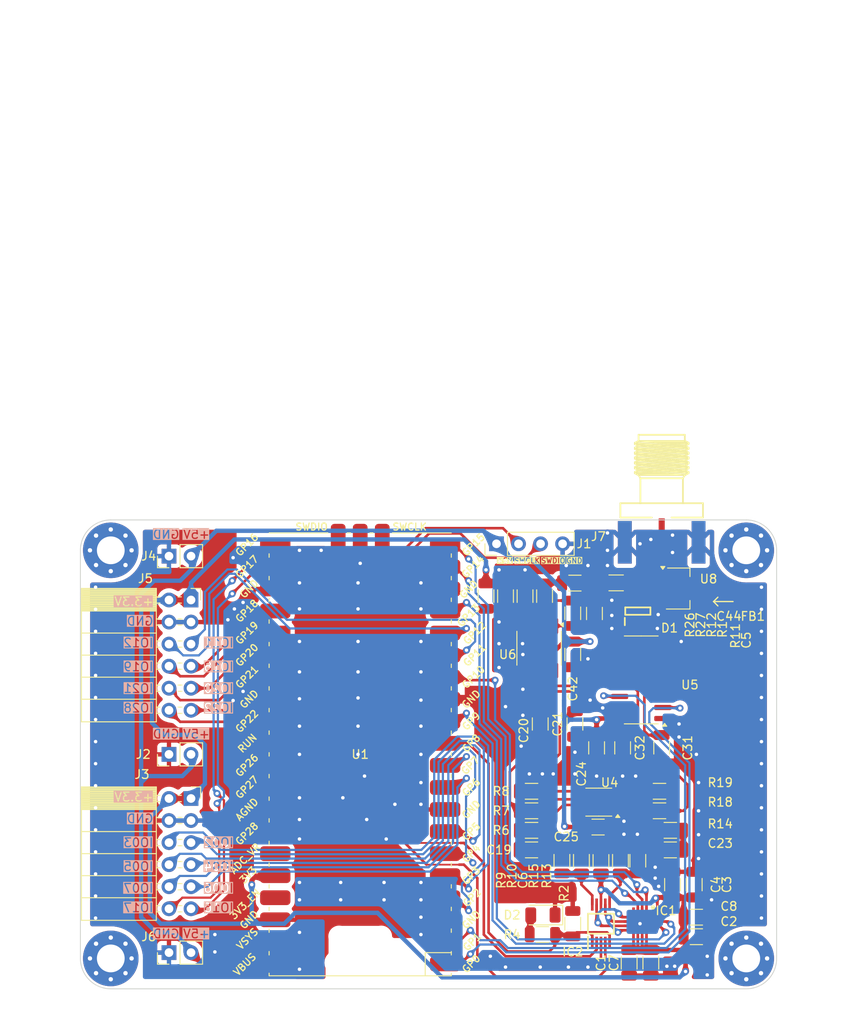
<source format=kicad_pcb>
(kicad_pcb (version 20240108) (generator "pcbnew") (generator_version "8.0")
  (layers (0 "F.Cu" signal) (31 "B.Cu" signal) (34 "B.Paste" user) (35 "F.Paste" user) (36 "B.SilkS" user "B.Silkscreen") (37 "F.SilkS" user "F.Silkscreen") (38 "B.Mask" user) (39 "F.Mask" user) (44 "Edge.Cuts" user))
  (net 0 "")
  (net 1 "+3.3V")
  (net 2 "RF_PREAMP")
  (net 3 "Net-(U6--)")
  (net 4 "Net-(C19-Pad2)")
  (net 5 "Net-(U4B--)")
  (net 6 "Net-(U5-2B2)")
  (net 7 "Net-(U5-2B3)")
  (net 8 "Net-(U4A--)")
  (net 9 "Net-(C23-Pad2)")
  (net 10 "+5V")
  (net 11 "Net-(U5-2B1)")
  (net 12 "Net-(U5-2B4)")
  (net 13 "Net-(C44-Pad2)")
  (net 14 "Net-(C44-Pad1)")
  (net 15 "Net-(U8-B)")
  (net 16 "ADC_RX_I")
  (net 17 "SCLK")
  (net 18 "ADC_RX_Q")
  (net 19 "~{CS}")
  (net 20 "CHSEL")
  (net 21 "SDATA_B")
  (net 22 "SDATA_A")
  (net 23 "IN_CH")
  (net 24 "RX_I")
  (net 25 "PICO_RX_I")
  (net 26 "PICO_RX_Q")
  (net 27 "RX_Q")
  (net 28 "SWCLK")
  (net 29 "GND")
  (net 30 "SWDIO")
  (net 31 "GPIO4")
  (net 32 "GPIO16")
  (net 33 "GPIO5")
  (net 34 "GPIO12")
  (net 35 "GPIO2")
  (net 36 "GPIO3")
  (net 37 "GPIO11")
  (net 38 "GPIO17")
  (net 39 "GPIO7")
  (net 40 "GPIO18")
  (net 41 "GPIO20")
  (net 42 "GPIO6")
  (net 43 "GPIO21")
  (net 44 "GPIO28")
  (net 45 "GPIO19")
  (net 46 "GPIO22")
  (net 47 "Net-(D2-A)")
  (net 48 "Net-(U4B-+)")
  (net 49 "Net-(U6-+)")
  (net 50 "Net-(U4A-+)")
  (net 54 "LO_I")
  (net 56 "LO_Q")
  (net 60 "Net-(U8-A)")
  (footprint "Resistor_SMD:R_1206_3216Metric" (layer "F.Cu") (at 184.5 58.75 -90)
    (property "Reference" "R11")
    (property "Value" "220")
  )
  (footprint "Resistor_SMD:R_1206_3216Metric" (layer "F.Cu") (at 194.5 81.5)
    (property "Reference" "R18")
    (property "Value" "100")
  )
  (footprint "Capacitor_SMD:C_1206_3216Metric" (layer "F.Cu") (at 187.42 83.37)
    (property "Reference" "C25")
    (property "Value" "100n")
  )
  (footprint "Resistor_SMD:R_1206_3216Metric" (layer "F.Cu") (at 174.5 56.775 -90)
    (property "Reference" "R26")
    (property "Value" "10K")
  )
  (footprint "MountingHole:MountingHole_3.2mm_M3_Pad_Via" (layer "F.Cu") (at 131.25 98.5)
    (property "Reference" "REF**" (hide yes))
    (property "Value" "MountingHole_3.2mm_M3_Pad_Via")
  )
  (footprint "Resistor_SMD:R_1206_3216Metric" (layer "F.Cu") (at 194.5 79.25)
    (property "Reference" "R19")
    (property "Value" "100")
  )
  (footprint "ICTAMKY_V8:RPi_Pico_SMD" (layer "F.Cu") (at 160 75 180)
    (property "Reference" "U1")
    (property "Value" "Pico")
  )
  (footprint "Resistor_SMD:R_1206_3216Metric" (layer "F.Cu") (at 179 56.775 90)
    (property "Reference" "R12")
    (property "Value" "0")
  )
  (footprint "Resistor_SMD:R_1206_3216Metric" (layer "F.Cu") (at 179.75 81.5 180)
    (property "Reference" "R7")
    (property "Value" "100")
  )
  (footprint "SamacSys_Parts:QFN50P300X300X80-17N" (layer "F.Cu") (at 192.25 94.5 -90)
    (property "Reference" "IC1")
    (property "Value" "MAX11190ATE+T" (hide yes))
  )
  (footprint "Resistor_SMD:R_1206_3216Metric" (layer "F.Cu") (at 183.25 87.25 -90)
    (property "Reference" "R9")
    (property "Value" "470")
  )
  (footprint "Connector_PinHeader_2.54mm:PinHeader_1x02_P2.54mm_Vertical" (layer "F.Cu") (at 137.96 52.17 90)
    (property "Reference" "J4")
    (property "Value" "22-23-2021")
  )
  (footprint "Capacitor_SMD:C_1206_3216Metric" (layer "F.Cu") (at 193.5 99 90)
    (property "Reference" "C7")
    (property "Value" "10uF")
  )
  (footprint "Resistor_SMD:R_1206_3216Metric" (layer "F.Cu") (at 179.75 79.25 180)
    (property "Reference" "R8")
    (property "Value" "100")
  )
  (footprint "SamacSys_Parts:SOT95P240X120-3N" (layer "F.Cu") (at 192 58.5 90)
    (property "Reference" "D1")
    (property "Value" "BAV99-7-F" (hide yes))
  )
  (footprint "LED_SMD:LED_1206_3216Metric" (layer "F.Cu") (at 181.06 93.5 180)
    (property "Reference" "D2")
    (property "Value" "LED")
  )
  (footprint "Capacitor_SMD:C_1206_3216Metric" (layer "F.Cu") (at 196 90 -90)
    (property "Reference" "C4")
    (property "Value" "100nF")
  )
  (footprint "Connector_PinSocket_2.54mm:PinSocket_2x06_P2.54mm_Horizontal" (layer "F.Cu") (at 140.5 80.08)
    (property "Reference" "J3")
    (property "Value" "90122-0126")
  )
  (footprint "MountingHole:MountingHole_3.2mm_M3_Pad_Via" (layer "F.Cu") (at 204.5 51.5)
    (property "Reference" "REF**" (hide yes))
    (property "Value" "MountingHole_3.2mm_M3_Pad_Via")
  )
  (footprint "Capacitor_SMD:C_1206_3216Metric" (layer "F.Cu") (at 180.75 71.5 90)
    (property "Reference" "C20")
    (property "Value" "15n")
  )
  (footprint "Capacitor_SMD:C_1206_3216Metric" (layer "F.Cu") (at 187.75 87.25 -90)
    (property "Reference" "C6")
    (property "Value" "100nF")
  )
  (footprint "Capacitor_SMD:C_1206_3216Metric" (layer "F.Cu") (at 191 99 90)
    (property "Reference" "C1")
    (property "Value" "100nF")
  )
  (footprint "Package_SO:SO-8_3.9x4.9mm_P1.27mm" (layer "F.Cu") (at 180.62 62.775 -90)
    (property "Reference" "U6")
    (property "Value" "LTC6226xS8")
  )
  (footprint "Resistor_SMD:R_1206_3216Metric" (layer "F.Cu") (at 179.75 83.75)
    (property "Reference" "R6")
    (property "Value" "100k")
  )
  (footprint "Package_SO:SOIC-16_3.9x9.9mm_P1.27mm" (layer "F.Cu") (at 192.3925 66.425 180)
    (property "Reference" "U5")
    (property "Value" "FST3253")
  )
  (footprint "Connector_PinHeader_2.54mm:PinHeader_1x04_P2.54mm_Vertical" (layer "F.Cu") (at 175.71 50.75 90)
    (property "Reference" "J1")
    (property "Value" "Conn_01x04")
  )
  (footprint "Package_TO_SOT_SMD:SOT-89-3" (layer "F.Cu") (at 196.65 55.9)
    (property "Reference" "U8")
    (property "Value" "MD0100N8-G")
  )
  (footprint "Capacitor_SMD:C_1206_3216Metric" (layer "F.Cu") (at 184.75 71.5 90)
    (property "Reference" "C21")
    (property "Value" "15n")
  )
  (footprint "Capacitor_SMD:C_1206_3216Metric" (layer "F.Cu") (at 198.5 90 -90)
    (property "Reference" "C3")
    (property "Value" "4.7uF")
  )
  (footprint "Resistor_SMD:R_1206_3216Metric" (layer "F.Cu") (at 184.5 94.5 -90)
    (property "Reference" "R2")
    (property "Value" "4.7K")
  )
  (footprint "Capacitor_SMD:C_1206_3216Metric" (layer "F.Cu") (at 187 58.775 -90)
    (property "Reference" "C5")
    (property "Value" "22p")
  )
  (footprint "SamacSys_Parts:SOP50P490X110-10N" (layer "F.Cu") (at 187.75 94.5 90)
    (property "Reference" "IC2")
    (property "Value" "TS5A23159DGSR" (hide yes))
  )
  (footprint "Capacitor_SMD:C_1206_3216Metric" (layer "F.Cu") (at 194.75 74.25 90)
    (property "Reference" "C31")
    (property "Value" "15n")
  )
  (footprint "Capacitor_SMD:C_1206_3216Metric" (layer "F.Cu") (at 179.75 86)
    (property "Reference" "C19")
    (property "Value" "1p")
  )
  (footprint "Capacitor_SMD:C_1206_3216Metric" (layer "F.Cu") (at 198.75 93.75 180)
    (property "Reference" "C8")
    (property "Value" "10uF")
  )
  (footprint "MountingHole:MountingHole_3.2mm_M3_Pad_Via" (layer "F.Cu") (at 131.25 51.5)
    (property "Reference" "REF**" (hide yes))
    (property "Value" "MountingHole_3.2mm_M3_Pad_Via")
  )
  (footprint "MountingHole:MountingHole_3.2mm_M3_Pad_Via" (layer "F.Cu") (at 204.5 98.5)
    (property "Reference" "REF**" (hide yes))
    (property "Value" "MountingHole_3.2mm_M3_Pad_Via")
  )
  (footprint "Resistor_SMD:R_1206_3216Metric" (layer "F.Cu") (at 176.75 56.775 90)
    (property "Reference" "R27")
    (property "Value" "10K")
  )
  (footprint "Resistor_SMD:R_1206_3216Metric" (layer "F.Cu") (at 181 95.75)
    (property "Reference" "R4")
    (property "Value" "1K")
  )
  (footprint "Capacitor_SMD:C_1206_3216Metric" (layer "F.Cu") (at 184.5 63.4875 -90)
    (property "Reference" "C42")
    (property "Value" "100n")
  )
  (footprint "Capacitor_SMD:C_1206_3216Metric" (layer "F.Cu") (at 187.25 74.25 -90)
    (property "Reference" "C24")
    (property "Value" "100n")
  )
  (footprint "Resistor_SMD:R_1206_3216Metric" (layer "F.Cu") (at 185.5 87.25 -90)
    (property "Reference" "R10")
    (property "Value" "1k")
  )
  (footprint "Connector_PinSocket_2.54mm:PinSocket_2x06_P2.54mm_Horizontal" (layer "F.Cu") (at 140.5 57.22)
    (property "Reference" "J5")
    (property "Value" "90122-0126")
  )
  (footprint "Resistor_SMD:R_1206_3216Metric" (layer "F.Cu") (at 192 87.25 -90)
    (property "Reference" "R13")
    (property "Value" "470")
  )
  (footprint "Resistor_SMD:R_1206_3216Metric" (layer "F.Cu") (at 195.75 83.75 180)
    (property "Reference" "R14")
    (property "Value" "100k")
  )
  (footprint "Package_SO:MSOP-8-1EP_3x3mm_P0.65mm_EP1.68x1.88mm" (layer "F.Cu") (at 187.5 80.5 180)
    (property "Reference" "U4")
    (property "Value" "LTC6227")
  )
  (footprint "ICTAMKY_V8:AMPHENOL_132357-11" (layer "F.Cu") (at 194.75 49 -90)
    (property "Reference" "J7")
    (property "Value" "AMPHENOL_132357-11" (hide yes))
  )
  (footprint "Resistor_SMD:R_1206_3216Metric" (layer "F.Cu") (at 190 87.25 -90)
    (property "Reference" "R15")
    (property "Value" "1k")
  )
  (footprint "Connector_PinHeader_2.54mm:PinHeader_1x02_P2.54mm_Vertical" (layer "F.Cu") (at 137.96 97.83 90)
    (property "Reference" "J6")
    (property "Value" "22-23-2021")
  )
  (footprint "Inductor_SMD:L_1206_3216Metric" (layer "F.Cu") (at 189.5 55.25 180)
    (property "Reference" "FB1")
    (property "Value" "ILHB1206ER750V")
  )
  (footprint "Capacitor_SMD:C_1206_3216Metric" (layer "F.Cu") (at 195.75 86 180)
    (property "Reference" "C23")
    (property "Value" "1p")
  )
  (footprint "Capacitor_SMD:C_1206_3216Metric" (layer "F.Cu") (at 184.75 55.275)
    (property "Reference" "C44")
    (property "Value" "100n")
  )
  (footprint "Connector_PinHeader_2.54mm:PinHeader_1x02_P2.54mm_Vertical" (layer "F.Cu") (at 137.96 75 90)
    (property "Reference" "J2")
    (property "Value" "22-23-2021")
  )
  (footprint "Capacitor_SMD:C_1206_3216Metric" (layer "F.Cu") (at 198.75 96 180)
    (property "Reference" "C2")
    (property "Value" "100nF")
  )
  (footprint "Resistor_SMD:R_1206_3216Metric" (layer "F.Cu") (at 181.25 56.775 -90)
    (property "Reference" "R1")
    (property "Value" "50")
  )
  (footprint "Capacitor_SMD:C_1206_3216Metric" (layer "F.Cu") (at 190.25 74.25 90)
    (property "Reference" "C32")
    (property "Value" "15n")
  )
  (gr_line (start 200.725 57.4) (end 201.225 56.9) (stroke (width 0.15)) (layer "F.SilkS"))
  (gr_line (start 202.975 57.4) (end 200.725 57.4) (stroke (width 0.15)) (layer "F.SilkS"))
  (gr_line (start 200.725 57.4) (end 201.225 57.9) (stroke (width 0.15)) (layer "F.SilkS"))
  (gr_line (start 127.75 98.5) (end 127.75 51.5) (stroke (width 0.1)) (layer "Edge.Cuts"))
  (gr_arc (start 131.25 102) (mid 128.775126 100.974874) (end 127.75 98.5) (stroke (width 0.1)) (layer "Edge.Cuts"))
  (gr_arc (start 127.75 51.5) (mid 128.775126 49.025126) (end 131.25 48) (stroke (width 0.1)) (layer "Edge.Cuts"))
  (gr_arc (start 204.5 48) (mid 206.974874 49.025126) (end 208 51.5) (stroke (width 0.1)) (layer "Edge.Cuts"))
  (gr_line (start 131.25 48) (end 204.5 48) (stroke (width 0.1)) (layer "Edge.Cuts"))
  (gr_line (start 204.5 102) (end 131.25 102) (stroke (width 0.1)) (layer "Edge.Cuts"))
  (gr_arc (start 208 98.5) (mid 206.974874 100.974874) (end 204.5 102) (stroke (width 0.1)) (layer "Edge.Cuts"))
  (gr_line (start 208 51.5) (end 208 98.5) (stroke (width 0.1)) (layer "Edge.Cuts"))
  (gr_text "IO03" (at 136.25 85.75 0) (layer "B.SilkS" knockout) (effects (font (size 1 1)) (justify left bottom mirror)))
  (gr_text "IO20" (at 145.5 68 0) (layer "B.SilkS" knockout) (effects (font (size 1 1)) (justify left bottom mirror)))
  (gr_text "IO17" (at 136.25 93.25 0) (layer "B.SilkS" knockout) (effects (font (size 1 1)) (justify left bottom mirror)))
  (gr_text "+5V" (at 142.75 50.25 0) (layer "B.SilkS" knockout) (effects (font (size 1 1)) (justify left bottom mirror)))
  (gr_text "IO16" (at 145.5 93.25 0) (layer "B.SilkS" knockout) (effects (font (size 1 1)) (justify left bottom mirror)))
  (gr_text "IO05" (at 136.25 88.5 0) (layer "B.SilkS" knockout) (effects (font (size 1 1)) (justify left bottom mirror)))
  (gr_text "IO12" (at 136.25 62.75 0) (layer "B.SilkS" knockout) (effects (font (size 1 1)) (justify left bottom mirror)))
  (gr_text "+3.3V" (at 136.25 58 0) (layer "B.SilkS" knockout) (effects (font (size 1 1)) (justify left bottom mirror)))
  (gr_text "+5V" (at 142.75 96.25 0) (layer "B.SilkS" knockout) (effects (font (size 1 1)) (justify left bottom mirror)))
  (gr_text "GND" (at 139.25 50.25 0) (layer "B.SilkS" knockout) (effects (font (size 1 1)) (justify left bottom mirror)))
  (gr_text "IO06" (at 145.5 91 0) (layer "B.SilkS" knockout) (effects (font (size 1 1)) (justify left bottom mirror)))
  (gr_text "IO11" (at 145.5 62.75 0) (layer "B.SilkS" knockout) (effects (font (size 1 1)) (justify left bottom mirror)))
  (gr_text "IO07" (at 136.25 91 0) (layer "B.SilkS" knockout) (effects (font (size 1 1)) (justify left bottom mirror)))
  (gr_text "GND" (at 139.25 96.25 0) (layer "B.SilkS" knockout) (effects (font (size 1 1)) (justify left bottom mirror)))
  (gr_text "GND" (at 136.25 60.25 0) (layer "B.SilkS" knockout) (effects (font (size 1 1)) (justify left bottom mirror)))
  (gr_text "IO22" (at 145.5 70.25 0) (layer "B.SilkS" knockout) (effects (font (size 1 1)) (justify left bottom mirror)))
  (gr_text "GND" (at 139.25 73.25 0) (layer "B.SilkS" knockout) (effects (font (size 1 1)) (justify left bottom mirror)))
  (gr_text "IO28" (at 136.25 70.25 0) (layer "B.SilkS" knockout) (effects (font (size 1 1)) (justify left bottom mirror)))
  (gr_text "IO02" (at 145.5 85.75 0) (layer "B.SilkS" knockout) (effects (font (size 1 1)) (justify left bottom mirror)))
  (gr_text "IO18" (at 145.5 65.5 0) (layer "B.SilkS" knockout) (effects (font (size 1 1)) (justify left bottom mirror)))
  (gr_text "IO21" (at 136.25 68 0) (layer "B.SilkS" knockout) (effects (font (size 1 1)) (justify left bottom mirror)))
  (gr_text "+3.3V" (at 136.25 80.5 0) (layer "B.SilkS" knockout) (effects (font (size 1 1)) (justify left bottom mirror)))
  (gr_text "+5V" (at 142.75 73.25 0) (layer "B.SilkS" knockout) (effects (font (size 1 1)) (justify left bottom mirror)))
  (gr_text "IO04" (at 145.5 88.5 0) (layer "B.SilkS" knockout) (effects (font (size 1 1)) (justify left bottom mirror)))
  (gr_text "GND" (at 136.25 83 0) (layer "B.SilkS" knockout) (effects (font (size 1 1)) (justify left bottom mirror)))
  (gr_text "IO19" (at 136.25 65.5 0) (layer "B.SilkS" knockout) (effects (font (size 1 1)) (justify left bottom mirror)))
  (gr_text "+5V" (at 175.65 53.05 0) (layer "F.SilkS" knockout) (effects (font (size 0.6 0.6) (thickness 0.1) (bold yes)) (justify left bottom)))
  (gr_text "SWDIO" (at 180.8 53.05 0) (layer "F.SilkS" knockout) (effects (font (size 0.6 0.6) (thickness 0.1) (bold yes)) (justify left bottom)))
  (gr_text "SWCLK" (at 177.7 53.05 0) (layer "F.SilkS" knockout) (effects (font (size 0.6 0.6) (thickness 0.1) (bold yes)) (justify left bottom)))
  (gr_text "GND" (at 183.7 53.05 0) (layer "F.SilkS" knockout) (effects (font (size 0.6 0.6) (thickness 0.1) (bold yes)) (justify left bottom)))
  (segment (start 193.85 93.75) (end 193.7 93.75) (width 0.3) (layer "F.Cu") (net 1))
  (segment (start 197.5 97.525) (end 196.8 97.525) (width 0.5) (layer "F.Cu") (net 1))
  (segment (start 197.5 98.05) (end 197.5 97.525) (width 0.5) (layer "F.Cu") (net 1))
  (segment (start 196.8 97.525) (end 196.975 97.525) (width 0.5) (layer "F.Cu") (net 1))
  (segment (start 196.5 97.525) (end 193.5 97.525) (width 0.5) (layer "F.Cu") (net 1))
  (segment (start 197.5 97) (end 197.5 96.7) (width 0.5) (layer "F.Cu") (net 1))
  (segment (start 196.8 97.525) (end 196.5 97.525) (width 0.5) (layer "F.Cu") (net 1))
  (segment (start 140.5 80.08) (end 137.96 80.08) (width 0.5) (layer "F.Cu") (net 1))
  (segment (start 174.5 55.3125) (end 174.5 53.75) (width 0.5) (layer "F.Cu") (net 1))
  (segment (start 197.275 93.75) (end 197.275 96) (width 0.5) (layer "F.Cu") (net 1))
  (segment (start 197.275 91.5) (end 197.25 91.475) (width 0.5) (layer "F.Cu") (net 1))
  (segment (start 194.25 93.25) (end 194.25 91.75) (width 0.3) (layer "F.Cu") (net 1))
  (segment (start 193.7 93.75) (end 194.25 93.75) (width 0.3) (layer "F.Cu") (net 1))
  (segment (start 193.7 93.75) (end 194.2 93.75) (width 0.3) (layer "F.Cu") (net 1))
  (segment (start 196 91.475) (end 197.25 91.475) (width 0.5) (layer "F.Cu") (net 1))
  (segment (start 193.5 97.525) (end 192 97.525) (width 1) (layer "F.Cu") (net 1))
  (segment (start 197.5 100) (end 197.5 98.05) (width 0.5) (layer "F.Cu") (net 1))
  (segment (start 148.03 88.97) (end 151.11 88.97) (width 0.5) (layer "F.Cu") (net 1))
  (segment (start 196.975 97.525) (end 197.5 97) (width 0.5) (layer "F.Cu") (net 1))
  (segment (start 197.275 93.75) (end 197.275 91.5) (width 0.5) (layer "F.Cu") (net 1))
  (segment (start 196.975 97.525) (end 197.5 98.05) (width 0.5) (layer "F.Cu") (net 1))
  (segment (start 147.5 89.5) (end 148.03 88.97) (width 0.5) (layer "F.Cu") (net 1))
  (segment (start 187.75 92.3) (end 187.75 90.6) (width 0.3) (layer "F.Cu") (net 1))
  (segment (start 193 97.025) (end 193.5 97.525) (width 0.3) (layer "F.Cu") (net 1))
  (segment (start 197.5 100) (end 197.5 97) (width 0.5) (layer "F.Cu") (net 1))
  (segment (start 192.5 97.525) (end 192 97.525) (width 0.3) (layer "F.Cu") (net 1))
  (segment (start 194.25 93.75) (end 194.25 93.25) (width 0.3) (layer "F.Cu") (net 1))
  (segment (start 187.75 90.6) (end 187.75 88.725) (width 0.5) (layer "F.Cu") (net 1))
  (segment (start 147.5 90) (end 147.5 89.5) (width 0.5) (layer "F.Cu") (net 1))
  (segment (start 197.25 91.475) (end 198.5 91.475) (width 0.5) (layer "F.Cu") (net 1))
  (segment (start 197.275 96.475) (end 197.275 96) (width 0.5) (layer "F.Cu") (net 1))
  (segment (start 192 97.525) (end 191 97.525) (width 1) (layer "F.Cu") (net 1))
  (segment (start 140.5 57.22) (end 137.96 57.22) (width 0.5) (layer "F.Cu") (net 1))
  (segment (start 194.05 91.55) (end 194.125 91.475) (width 0.5) (layer "F.Cu") (net 1))
  (segment (start 197.5 96.7) (end 197.275 96.475) (width 0.5) (layer "F.Cu") (net 1))
  (segment (start 194.125 91.475) (end 196 91.475) (width 0.5) (layer "F.Cu") (net 1))
  (segment (start 192 95.95) (end 192 97.525) (width 0.3) (layer "F.Cu") (net 1))
  (segment (start 196.5 97.525) (end 196.975 97.525) (width 0.5) (layer "F.Cu") (net 1))
  (segment (start 193 95.95) (end 193 97.025) (width 0.3) (layer "F.Cu") (net 1))
  (segment (start 194.25 93.25) (end 194.25 93.35) (width 0.3) (layer "F.Cu") (net 1))
  (segment (start 192.5 95.95) (end 192.5 97.525) (width 0.3) (layer "F.Cu") (net 1))
  (segment (start 191.5 95.95) (end 191.5 97.025) (width 0.3) (layer "F.Cu") (net 1))
  (segment (start 194.25 93.35) (end 193.85 93.75) (width 0.3) (layer "F.Cu") (net 1))
  (segment (start 194.25 91.75) (end 194.05 91.55) (width 0.3) (layer "F.Cu") (net 1))
  (segment (start 191.5 97.025) (end 191 97.525) (width 0.3) (layer "F.Cu") (net 1))
  (via (at 187.75 90.6) (size 0.8) (drill 0.4) (layers "F.Cu" "B.Cu") (net 1))
  (via (at 194.05 91.55) (size 0.8) (drill 0.4) (layers "F.Cu" "B.Cu") (net 1))
  (via (at 197.5 100) (size 0.8) (drill 0.4) (layers "F.Cu" "B.Cu") (net 1))
  (via (at 147.5 90) (size 0.8) (drill 0.4) (layers "F.Cu" "B.Cu") (net 1))
  (via (at 174.5 53.75) (size 0.8) (drill 0.4) (layers "F.Cu" "B.Cu") (net 1))
  (segment (start 147.5 93.75) (end 148.25 94.5) (width 0.5) (layer "B.Cu") (net 1))
  (segment (start 136 71.375) (end 136 58) (width 0.5) (layer "B.Cu") (net 1))
  (segment (start 151.25 94.5) (end 152.5 93.25) (width 0.5) (layer "B.Cu") (net 1))
  (segment (start 148.25 94.5) (end 149 94.5) (width 0.5) (layer "B.Cu") (net 1))
  (segment (start 149 94.5) (end 151.25 94.5) (width 0.5) (layer "B.Cu") (net 1))
  (segment (start 137 94.5) (end 135.75 93.25) (width 0.5) (layer "B.Cu") (net 1))
  (segment (start 172 50.25) (end 145.5 50.25) (width 0.5) (layer "B.Cu") (net 1))
  (segment (start 174.5 53.75) (end 174.5 52.75) (width 0.5) (layer "B.Cu") (net 1))
  (segment (start 196.825 100.675) (end 197.5 100) (width 0.5) (layer "B.Cu") (net 1))
  (segment (start 147.5 94.5) (end 149 94.5) (width 0.5) (layer "B.Cu") (net 1))
  (segment (start 189.9 92.15) (end 193.45 92.15) (width 0.5) (layer "B.Cu") (net 1))
  (segment (start 140.5 80.08) (end 140.5 80) (width 0.5) (layer "B.Cu") (net 1))
  (segment (start 140.95 72.75) (end 137.375 72.75) (width 0.5) (layer "B.Cu") (net 1))
  (segment (start 152.5 93.25) (end 162 93.25) (width 0.5) (layer "B.Cu") (net 1))
  (segment (start 135.75 82.29) (end 137.96 80.08) (width 0.5) (layer "B.Cu") (net 1))
  (segment (start 187.75 90.6) (end 188.35 90.6) (width 0.5) (layer "B.Cu") (net 1))
  (segment (start 137.375 72.75) (end 136 71.375) (width 0.5) (layer "B.Cu") (net 1))
  (segment (start 193.45 92.15) (end 194.05 91.55) (width 0.5) (layer "B.Cu") (net 1))
  (segment (start 142.1 78.4) (end 142.1 73.9) (width 0.5) (layer "B.Cu") (net 1))
  (segment (start 146.75 94.5) (end 137 94.5) (width 0.5) (layer "B.Cu") (net 1))
  (segment (start 145.5 50.25) (end 140.5 55.25) (width 0.5) (layer "B.Cu") (net 1))
  (segment (start 147.5 90) (end 147.5 93.75) (width 0.5) (layer "B.Cu") (net 1))
  (segment (start 140.5 80) (end 142.1 78.4) (width 0.5) (layer "B.Cu") (net 1))
  (segment (start 136 58) (end 136.78 57.22) (width 0.5) (layer "B.Cu") (net 1))
  (segment (start 147.5 93.75) (end 147.5 94.5) (width 0.5) (layer "B.Cu") (net 1))
  (segment (start 147.5 94.5) (end 146.75 94.5) (width 0.5) (layer "B.Cu") (net 1))
  (segment (start 169.425 100.675) (end 196.825 100.675) (width 0.5) (layer "B.Cu") (net 1))
  (segment (start 174.5 52.75) (end 172 50.25) (width 0.5) (layer "B.Cu") (net 1))
  (segment (start 142.1 73.9) (end 140.95 72.75) (width 0.5) (layer "B.Cu") (net 1))
  (segment (start 140.5 55.25) (end 140.5 57.22) (width 0.5) (layer "B.Cu") (net 1))
  (segment (start 136.78 57.22) (end 137.96 57.22) (width 0.5) (layer "B.Cu") (net 1))
  (segment (start 188.35 90.6) (end 189.9 92.15) (width 0.5) (layer "B.Cu") (net 1))
  (segment (start 135.75 93.25) (end 135.75 82.29) (width 0.5) (layer "B.Cu") (net 1))
  (segment (start 147.5 93.75) (end 146.75 94.5) (width 0.5) (layer "B.Cu") (net 1))
  (segment (start 162 93.25) (end 169.425 100.675) (width 0.5) (layer "B.Cu") (net 1))
  (segment (start 182.525 60.2) (end 184.4875 60.2) (width 0.3) (layer "F.Cu") (net 2))
  (segment (start 184.4875 60.2) (end 184.5 60.2125) (width 0.3) (layer "F.Cu") (net 2))
  (segment (start 179.985 65.35) (end 179.985 66.485) (width 0.3) (layer "F.Cu") (net 2))
  (segment (start 180.615 67.115) (end 184.635 67.115) (width 0.3) (layer "F.Cu") (net 2))
  (segment (start 188.52 61.98) (end 189.9175 61.98) (width 0.3) (layer "F.Cu") (net 2))
  (segment (start 182.525 60.2) (end 182.525 61.725) (width 0.3) (layer "F.Cu") (net 2))
  (segment (start 187 60.25) (end 184.5375 60.25) (width 0.3) (layer "F.Cu") (net 2))
  (segment (start 179.985 66.485) (end 180.615 67.115) (width 0.3) (layer "F.Cu") (net 2))
  (segment (start 182.525 61.725) (end 179.985 64.265) (width 0.3) (layer "F.Cu") (net 2))
  (segment (start 187.75 62.75) (end 188.52 61.98) (width 0.3) (layer "F.Cu") (net 2))
  (segment (start 184.635 67.115) (end 187.75 64) (width 0.3) (layer "F.Cu") (net 2))
  (segment (start 179.985 64.265) (end 179.985 65.35) (width 0.3) (layer "F.Cu") (net 2))
  (segment (start 187.75 64) (end 187.75 62.75) (width 0.3) (layer "F.Cu") (net 2))
  (segment (start 184.5375 60.25) (end 184.5 60.2125) (width 0.3) (layer "F.Cu") (net 2))
  (segment (start 181.255 58.2425) (end 181.25 58.2375) (width 0.25) (layer "F.Cu") (net 3))
  (segment (start 182.2 57.2875) (end 181.25 58.2375) (width 0.3) (layer "F.Cu") (net 3))
  (segment (start 184.5125 57.3) (end 184.5 57.2875) (width 0.3) (layer "F.Cu") (net 3))
  (segment (start 187 57.3) (end 184.5125 57.3) (width 0.3) (layer "F.Cu") (net 3))
  (segment (start 184.5 57.2875) (end 182.2 57.2875) (width 0.3) (layer "F.Cu") (net 3))
  (segment (start 181.255 60.2) (end 181.255 58.2425) (width 0.3) (layer "F.Cu") (net 3))
  (segment (start 183.425 80.825) (end 182.5 81.75) (width 0.3) (layer "F.Cu") (net 4))
  (segment (start 181.225 86) (end 183.0375 86) (width 0.3) (layer "F.Cu") (net 4))
  (segment (start 181.2125 83.75) (end 181.225 83.7625) (width 0.3) (layer "F.Cu") (net 4))
  (segment (start 182.5 82.4625) (end 181.2125 83.75) (width 0.3) (layer "F.Cu") (net 4))
  (segment (start 182.5 81.75) (end 182.5 82.4625) (width 0.3) (layer "F.Cu") (net 4))
  (segment (start 185.35 80.825) (end 183.425 80.825) (width 0.3) (layer "F.Cu") (net 4))
  (segment (start 181.225 83.7625) (end 181.225 86) (width 0.3) (layer "F.Cu") (net 4))
  (segment (start 183.0375 86) (end 183.25 85.7875) (width 0.3) (layer "F.Cu") (net 4))
  (segment (start 178.2875 85.9875) (end 178.275 86) (width 0.3) (layer "F.Cu") (net 5))
  (segment (start 180.25 82.5) (end 181.2125 81.5375) (width 0.3) (layer "F.Cu") (net 5))
  (segment (start 181.2125 81.5375) (end 181.2125 81.5) (width 0.3) (layer "F.Cu") (net 5))
  (segment (start 178.2875 83.75) (end 178.2875 85.9875) (width 0.3) (layer "F.Cu") (net 5))
  (segment (start 178.2875 83.75) (end 179.5375 82.5) (width 0.3) (layer "F.Cu") (net 5))
  (segment (start 181.2125 81.5) (end 182.5375 80.175) (width 0.3) (layer "F.Cu") (net 5))
  (segment (start 182.5375 80.175) (end 185.35 80.175) (width 0.3) (layer "F.Cu") (net 5))
  (segment (start 179.5375 82.5) (end 180.25 82.5) (width 0.3) (layer "F.Cu") (net 5))
  (segment (start 179.25 75) (end 177.25 77) (width 0.3) (layer "F.Cu") (net 6))
  (segment (start 177.25 77) (end 177.25 80.5) (width 0.3) (layer "F.Cu") (net 6))
  (segment (start 180.75 70.025) (end 180.775 70.025) (width 0.3) (layer "F.Cu") (net 6))
  (segment (start 182 75) (end 179.25 75) (width 0.3) (layer "F.Cu") (net 6))
  (segment (start 182.45 71.7) (end 182.45 74.55) (width 0.3) (layer "F.Cu") (net 6))
  (segment (start 180.775 70.025) (end 182.45 71.7) (width 0.3) (layer "F.Cu") (net 6))
  (segment (start 177.25 80.5) (end 178.25 81.5) (width 0.3) (layer "F.Cu") (net 6))
  (segment (start 181.75 67.75) (end 180.75 68.75) (width 0.3) (layer "F.Cu") (net 6))
  (segment (start 178.25 81.5) (end 178.2875 81.5) (width 0.3) (layer "F.Cu") (net 6))
  (segment (start 189.9175 64.52) (end 188.23 64.52) (width 0.3) (layer "F.Cu") (net 6))
  (segment (start 185 67.75) (end 181.75 67.75) (width 0.3) (layer "F.Cu") (net 6))
  (segment (start 180.75 68.75) (end 180.75 70.025) (width 0.3) (layer "F.Cu") (net 6))
  (segment (start 182.45 74.55) (end 182 75) (width 0.3) (layer "F.Cu") (net 6))
  (segment (start 188.23 64.52) (end 185 67.75) (width 0.3) (layer "F.Cu") (net 6))
  (segment (start 184.75 70.025) (end 184.75 69) (width 0.3) (layer "F.Cu") (net 7))
  (segment (start 182.4 75.55) (end 183 74.95) (width 0.3) (layer "F.Cu") (net 7))
  (segment (start 183 71.75) (end 184.725 70.025) (width 0.3) (layer "F.Cu") (net 7))
  (segment (start 178.2875 76.8125) (end 179.55 75.55) (width 0.3) (layer "F.Cu") (net 7))
  (segment (start 184.725 70.025) (end 184.75 70.025) (width 0.3) (layer "F.Cu") (net 7))
  (segment (start 178.2875 79.25) (end 178.2875 76.8125) (width 0.3) (layer "F.Cu") (net 7))
  (segment (start 183 74.95) (end 183 71.75) (width 0.3) (layer "F.Cu") (net 7))
  (segment (start 184.75 69) (end 187.96 65.79) (width 0.3) (layer "F.Cu") (net 7))
  (segment (start 187.96 65.79) (end 189.9175 65.79) (width 0.3) (layer "F.Cu") (net 7))
  (segment (start 179.55 75.55) (end 182.4 75.55) (width 0.3) (layer "F.Cu") (net 7))
  (segment (start 192.3625 80.825) (end 193.0375 81.5) (width 0.3) (layer "F.Cu") (net 8))
  (segment (start 195.5 83.75) (end 197.2125 83.75) (width 0.3) (layer "F.Cu") (net 8))
  (segment (start 189.65 80.825) (end 192.3625 80.825) (width 0.3) (layer "F.Cu") (net 8))
  (segment (start 197.2125 83.75) (end 197.2125 85.9875) (width 0.3) (layer "F.Cu") (net 8))
  (segment (start 193.25 81.5) (end 195.5 83.75) (width 0.3) (layer "F.Cu") (net 8))
  (segment (start 193.0375 81.5) (end 193.25 81.5) (width 0.3) (layer "F.Cu") (net 8))
  (segment (start 197.2125 85.9875) (end 197.225 86) (width 0.3) (layer "F.Cu") (net 8))
  (segment (start 193.0375 83.75) (end 194.2875 83.75) (width 0.3) (layer "F.Cu") (net 9))
  (segment (start 190.7625 81.475) (end 193.0375 83.75) (width 0.3) (layer "F.Cu") (net 9))
  (segment (start 189.65 81.475) (end 190.7625 81.475) (width 0.3) (layer "F.Cu") (net 9))
  (segment (start 191.4625 86) (end 194.275 86) (width 0.3) (layer "F.Cu") (net 9))
  (segment (start 194.275 83.7625) (end 194.275 86) (width 0.3) (layer "F.Cu") (net 9))
  (segment (start 194.2875 83.75) (end 194.275 83.7625) (width 0.3) (layer "F.Cu") (net 9))
  (segment (start 183.62 83.37) (end 185.945 83.37) (width 0.5) (layer "F.Cu") (net 10))
  (segment (start 151.11 99.13) (end 141.8 99.13) (width 0.5) (layer "F.Cu") (net 10))
  (segment (start 185.35 81.675) (end 185.35 82.975) (width 0.5) (layer "F.Cu") (net 10))
  (segment (start 141.8 99.13) (end 140.5 97.83) (width 0.5) (layer "F.Cu") (net 10))
  (segment (start 183.510292 62.0125) (end 184.5 62.0125) (width 0.5) (layer "F.Cu") (net 10))
  (segment (start 185.35 82.775) (end 185.945 83.37) (width 0.5) (layer "F.Cu") (net 10))
  (segment (start 189.9175 70.87) (end 187.38 70.87) (width 0.5) (layer "F.Cu") (net 10))
  (segment (start 181.255 65.35) (end 181.255 64.267792) (width 0.5) (layer "F.Cu") (net 10))
  (segment (start 187.25 72.775) (end 187.25 71) (width 0.5) (layer "F.Cu") (net 10))
  (segment (start 184.5 62.0125) (end 186.4875 62.0125) (width 0.5) (layer "F.Cu") (net 10))
  (segment (start 183.55 83.3) (end 183.62 83.37) (width 0.5) (layer "F.Cu") (net 10))
  (segment (start 181.255 64.267792) (end 183.510292 62.0125) (width 0.5) (layer "F.Cu") (net 10))
  (segment (start 187.38 70.87) (end 187.25 71) (width 0.5) (layer "F.Cu") (net 10))
  (segment (start 186.4875 62.0125) (end 186.5 62) (width 0.5) (layer "F.Cu") (net 10))
  (via (at 187.25 71) (size 0.8) (drill 0.4) (layers "F.Cu" "B.Cu") (net 10))
  (via (at 186.5 62) (size 0.8) (drill 0.4) (layers "F.Cu" "B.Cu") (net 10))
  (via (at 183.55 83.3) (size 0.8) (drill 0.4) (layers "F.Cu" "B.Cu") (net 10))
  (segment (start 179.75 52.5) (end 177.46 52.5) (width 0.5) (layer "B.Cu") (net 10))
  (segment (start 140.5 97.83) (end 140.5 97.5) (width 0.5) (layer "B.Cu") (net 10))
  (segment (start 134.75 78.25) (end 134.75 77.5) (width 0.5) (layer "B.Cu") (net 10))
  (segment (start 140.5 53.75) (end 139.25 55) (width 0.5) (layer "B.Cu") (net 10))
  (segment (start 183.5 63.25) (end 183.5 68.75) (width 0.5) (layer "B.Cu") (net 10))
  (segment (start 184.45 71) (end 184 71) (width 0.5) (layer "B.Cu") (net 10))
  (segment (start 183.5 68.75) (end 183.5 69.5) (width 0.5) (layer "B.Cu") (net 10))
  (segment (start 183.5 61.25) (end 183.5 56.25) (width 0.5) (layer "B.Cu") (net 10))
  (segment (start 183.5 56.25) (end 182.625 55.375) (width 0.5) (layer "B.Cu") (net 10))
  (segment (start 134.75 93.75) (end 134.75 78.25) (width 0.5) (layer "B.Cu") (net 10))
  (segment (start 184.25 62) (end 183.5 62) (width 0.5) (layer "B.Cu") (net 10))
  (segment (start 184.45 71) (end 184.1 71) (width 0.5) (layer "B.Cu") (net 10))
  (segment (start 182.625 55.375) (end 179.75 52.5) (width 0.5) (layer "B.Cu") (net 10))
  (segment (start 136.5 95.5) (end 134.75 93.75) (width 0.5) (layer "B.Cu") (net 10))
  (segment (start 175.71 50.75) (end 174.21 49.25) (width 0.5) (layer "B.Cu") (net 10))
  (segment (start 183.5 83.25) (end 183.5 71.6) (width 0.5) (layer "B.Cu") (net 10))
  (segment (start 183.5 62.75) (end 183.5 61.25) (width 0.5) (layer "B.Cu") (net 10))
  (segment (start 135.5 77.5) (end 134.75 76.75) (width 0.5) (layer "B.Cu") (net 10))
  (segment (start 139.25 55) (end 136.25 55) (width 0.5) (layer "B.Cu") (net 10))
  (segment (start 174.21 49.25) (end 143.42 49.25) (width 0.5) (layer "B.Cu") (net 10))
  (segment (start 134.75 76.75) (end 134.75 77.5) (width 0.5) (layer "B.Cu") (net 10))
  (segment (start 139.5 77.5) (end 135.5 77.5) (width 0.5) (layer "B.Cu") (net 10))
  (segment (start 140.5 76.5) (end 139.5 77.5) (width 0.5) (layer "B.Cu") (net 10))
  (segment (start 138.5 95.5) (end 136.5 95.5) (width 0.5) (layer "B.Cu") (net 10))
  (segment (start 183.5 71.6) (end 183.5 70.5) (width 0.5) (layer "B.Cu") (net 10))
  (segment (start 177.46 52.5) (end 175.71 50.75) (width 0.5) (layer "B.Cu") (net 10))
  (segment (start 184.25 62) (end 183.5 62.75) (width 0.5) (layer "B.Cu") (net 10))
  (segment (start 136.25 55) (end 134.75 56.5) (width 0.5) (layer "B.Cu") (net 10))
  (segment (start 183.5 63.25) (end 183.5 62.75) (width 0.5) (layer "B.Cu") (net 10))
  (segment (start 184.25 62) (end 183.5 61.25) (width 0.5) (layer "B.Cu") (net 10))
  (segment (start 184.1 71) (end 183.5 71.6) (width 0.5) (layer "B.Cu") (net 10))
  (segment (start 183.5 68.75) (end 183.5 70.5) (width 0.5) (layer "B.Cu") (net 10))
  (segment (start 184 71) (end 183.5 70.5) (width 0.5) (layer "B.Cu") (net 10))
  (segment (start 143.42 49.25) (end 140.5 52.17) (width 0.5) (layer "B.Cu") (net 10))
  (segment (start 183.55 83.3) (end 183.5 83.25) (width 0.5) (layer "B.Cu") (net 10))
  (segment (start 140.5 52.17) (end 140.5 53.75) (width 0.5) (layer "B.Cu") (net 10))
  (segment (start 187.25 71) (end 184.45 71) (width 0.5) (layer "B.Cu") (net 10))
  (segment (start 140.5 97.5) (end 138.5 95.5) (width 0.5) (layer "B.Cu") (net 10))
  (segment (start 183.5 62) (end 183.5 63.25) (width 0.5) (layer "B.Cu") (net 10))
  (segment (start 135.5 77.5) (end 134.75 77.5) (width 0.5) (layer "B.Cu") (net 10))
  (segment (start 134.75 56.5) (end 134.75 76.75) (width 0.5) (layer "B.Cu") (net 10))
  (segment (start 140.5 75) (end 140.5 76.5) (width 0.5) (layer "B.Cu") (net 10))
  (segment (start 186.5 62) (end 184.25 62) (width 0.5) (layer "B.Cu") (net 10))
  (segment (start 135.5 77.5) (end 134.75 78.25) (width 0.5) (layer "B.Cu") (net 10))
  (segment (start 193.25 72.775) (end 194.75 72.775) (width 0.3) (layer "F.Cu") (net 11))
  (segment (start 193.25 72.775) (end 193.225 72.775) (width 0.3) (layer "F.Cu") (net 11))
  (segment (start 189.9175 63.25) (end 191.5 63.25) (width 0.3) (layer "F.Cu") (net 11))
  (segment (start 192.775 72.775) (end 193.25 72.775) (width 0.3) (layer "F.Cu") (net 11))
  (segment (start 193.25 72.775) (end 193.25 72.8) (width 0.3) (layer "F.Cu") (net 11))
  (segment (start 192.75 76) (end 193.9 77.15) (width 0.3) (layer "F.Cu") (net 11))
  (segment (start 197.25 81.5) (end 195.9625 81.5) (width 0.3) (layer "F.Cu") (net 11))
  (segment (start 193.25 72.8) (end 192.75 73.3) (width 0.3) (layer "F.Cu") (net 11))
  (segment (start 191.5 63.25) (end 192.75 64.5) (width 0.3) (layer "F.Cu") (net 11))
  (segment (start 197.75 81) (end 197.25 81.5) (width 0.3) (layer "F.Cu") (net 11))
  (segment (start 192.75 72.75) (end 192.775 72.775) (width 0.3) (layer "F.Cu") (net 11))
  (segment (start 192.75 72.8) (end 192.75 73.3) (width 0.3) (layer "F.Cu") (net 11))
  (segment (start 193.225 72.775) (end 192.75 72.3) (width 0.3) (layer "F.Cu") (net 11))
  (segment (start 192.75 64.5) (end 192.75 72.3) (width 0.3) (layer "F.Cu") (net 11))
  (segment (start 192.75 73.3) (end 192.75 76) (width 0.3) (layer "F.Cu") (net 11))
  (segment (start 192.775 72.775) (end 192.75 72.8) (width 0.3) (layer "F.Cu") (net 11))
  (segment (start 192.75 72.3) (end 192.75 72.75) (width 0.3) (layer "F.Cu") (net 11))
  (segment (start 196.4 77.15) (end 197.75 78.5) (width 0.3) (layer "F.Cu") (net 11))
  (segment (start 193.9 77.15) (end 196.4 77.15) (width 0.3) (layer "F.Cu") (net 11))
  (segment (start 197.75 78.5) (end 197.75 81) (width 0.3) (layer "F.Cu") (net 11))
  (segment (start 191.31 67.06) (end 189.9175 67.06) (width 0.3) (layer "F.Cu") (net 12))
  (segment (start 191.625 72.775) (end 192 73.15) (width 0.3) (layer "F.Cu") (net 12))
  (segment (start 193.55 77.75) (end 192 76.2) (width 0.3) (layer "F.Cu") (net 12))
  (segment (start 191.625 72.775) (end 192 72.4) (width 0.3) (layer "F.Cu") (net 12))
  (segment (start 195.9625 79.25) (end 194.4625 77.75) (width 0.3) (layer "F.Cu") (net 12))
  (segment (start 194.4625 77.75) (end 193.55 77.75) (width 0.3) (layer "F.Cu") (net 12))
  (segment (start 191.45 72.775) (end 191.625 72.775) (width 0.3) (layer "F.Cu") (net 12))
  (segment (start 192 67.75) (end 191.31 67.06) (width 0.3) (layer "F.Cu") (net 12))
  (segment (start 192 72.775) (end 191.45 72.775) (width 0.3) (layer "F.Cu") (net 12))
  (segment (start 191.45 72.775) (end 190.25 72.775) (width 0.3) (layer "F.Cu") (net 12))
  (segment (start 192 76.2) (end 192 73.15) (width 0.3) (layer "F.Cu") (net 12))
  (segment (start 192 72.4) (end 192 67.75) (width 0.3) (layer "F.Cu") (net 12))
  (segment (start 192 73.15) (end 192 72.4) (width 0.3) (layer "F.Cu") (net 12))
  (segment (start 186.225 55.275) (end 187.9 55.275) (width 0.3) (layer "F.Cu") (net 13))
  (segment (start 187.9 55.275) (end 187.925 55.25) (width 0.25) (layer "F.Cu") (net 13))
  (segment (start 183.275 55.275) (end 181.2875 55.275) (width 0.3) (layer "F.Cu") (net 14))
  (segment (start 181.2875 55.275) (end 181.25 55.3125) (width 0.3) (layer "F.Cu") (net 14))
  (segment (start 179 55.3125) (end 181.25 55.3125) (width 0.3) (layer "F.Cu") (net 14))
  (segment (start 191.075 55.25) (end 191.075 56.925) (width 0.25) (layer "F.Cu") (net 15))
  (segment (start 192 57.3) (end 194.6 57.3) (width 0.25) (layer "F.Cu") (net 15))
  (segment (start 191.075 56.925) (end 191.45 57.3) (width 0.25) (layer "F.Cu") (net 15))
  (segment (start 194.6 57.3) (end 194.7 57.4) (width 0.25) (layer "F.Cu") (net 15))
  (segment (start 191.45 57.3) (end 192 57.3) (width 0.25) (layer "F.Cu") (net 15))
  (segment (start 190.8 93.75) (end 190.2 93.75) (width 0.3) (layer "F.Cu") (net 16))
  (segment (start 187.4 94.4) (end 187.75 94.75) (width 0.3) (layer "F.Cu") (net 16))
  (segment (start 187.75 94.75) (end 190.8 94.75) (width 0.3) (layer "F.Cu") (net 16))
  (segment (start 187.25 92.3) (end 187.25 94.25) (width 0.3) (layer "F.Cu") (net 16))
  (segment (start 190.2 93.75) (end 189.8 93.35) (width 0.3) (layer "F.Cu") (net 16))
  (segment (start 187.25 94.25) (end 187.4 94.4) (width 0.3) (layer "F.Cu") (net 16))
  (via (at 187.4 94.4) (size 0.8) (drill 0.4) (layers "F.Cu" "B.Cu") (net 16))
  (via (at 189.8 93.35) (size 0.8) (drill 0.4) (layers "F.Cu" "B.Cu") (net 16))
  (segment (start 189.3 92.85) (end 187.9 92.85) (width 0.3) (layer "B.Cu") (net 16))
  (segment (start 189.8 93.35) (end 189.3 92.85) (width 0.3) (layer "B.Cu") (net 16))
  (segment (start 187.9 92.85) (end 187.4 93.35) (width 0.3) (layer "B.Cu") (net 16))
  (segment (start 187.4 93.35) (end 187.4 94.4) (width 0.3) (layer "B.Cu") (net 16))
  (segment (start 172.5 55) (end 170.91 53.41) (width 0.3) (layer "F.Cu") (net 17))
  (segment (start 190.5 91) (end 190.75 91) (width 0.3) (layer "F.Cu") (net 17))
  (segment (start 190.75 91) (end 192 92.25) (width 0.3) (layer "F.Cu") (net 17))
  (segment (start 192 92.25) (end 192 93.05) (width 0.3) (layer "F.Cu") (net 17))
  (segment (start 170.91 53.41) (end 168.89 53.41) (width 0.3) (layer "F.Cu") (net 17))
  (via (at 172.5 55) (size 0.8) (drill 0.4) (layers "F.Cu" "B.Cu") (net 17))
  (via (at 190.5 91) (size 0.8) (drill 0.4) (layers "F.Cu" "B.Cu") (net 17))
  (segment (start 189.05 89.55) (end 178.05 89.55) (width 0.25) (layer "B.Cu") (net 17))
  (segment (start 174.25 58.25) (end 172.5 56.5) (width 0.25) (layer "B.Cu") (net 17))
  (segment (start 178.05 89.55) (end 176.25 87.75) (width 0.25) (layer "B.Cu") (net 17))
  (segment (start 176.25 73.25) (end 174.25 71.25) (width 0.25) (layer "B.Cu") (net 17))
  (segment (start 172.5 56.5) (end 172.5 55) (width 0.25) (layer "B.Cu") (net 17))
  (segment (start 174.25 71.25) (end 174.25 58.25) (width 0.25) (layer "B.Cu") (net 17))
  (segment (start 190.5 91) (end 189.05 89.55) (width 0.25) (layer "B.Cu") (net 17))
  (segment (start 176.25 87.75) (end 176.25 73.25) (width 0.25) (layer "B.Cu") (net 17))
  (segment (start 188.25 92.3) (end 188.25 93.4) (width 0.3) (layer "F.Cu") (net 18))
  (segment (start 189.1 94.25) (end 190.8 94.25) (width 0.3) (layer "F.Cu") (net 18))
  (segment (start 188.25 93.4) (end 188.625 93.775) (width 0.3) (layer "F.Cu") (net 18))
  (segment (start 188.625 93.775) (end 189.1 94.25) (width 0.3) (layer "F.Cu") (net 18))
  (segment (start 190.8 95.25) (end 189.95 95.25) (width 0.3) (layer "F.Cu") (net 18))
  (segment (start 189.95 95.25) (end 189.7 95.5) (width 0.3) (layer "F.Cu") (net 18))
  (via (at 188.625 93.775) (size 0.8) (drill 0.4) (layers "F.Cu" "B.Cu") (net 18))
  (via (at 189.7 95.5) (size 0.8) (drill 0.4) (layers "F.Cu" "B.Cu") (net 18))
  (segment (start 189.7 95.5) (end 188.625 94.425) (width 0.3) (layer "B.Cu") (net 18))
  (segment (start 188.625 94.425) (end 188.625 93.775) (width 0.3) (layer "B.Cu") (net 18))
  (segment (start 193.7 94.75) (end 194.5 94.75) (width 0.3) (layer "F.Cu") (net 19))
  (segment (start 171.26 58.49) (end 172.25 57.5) (width 0.3) (layer "F.Cu") (net 19))
  (segment (start 168.89 58.49) (end 171.26 58.49) (width 0.3) (layer "F.Cu") (net 19))
  (segment (start 194.5 94.75) (end 195.25 95.5) (width 0.3) (layer "F.Cu") (net 19))
  (via (at 172.25 57.5) (size 0.8) (drill 0.4) (layers "F.Cu" "B.Cu") (net 19))
  (via (at 195.25 95.5) (size 0.8) (drill 0.4) (layers "F.Cu" "B.Cu") (net 19))
  (segment (start 195.25 95.5) (end 194.45 96.3) (width 0.25) (layer "B.Cu") (net 19))
  (segment (start 178.15 96.3) (end 175.75 93.9) (width 0.25) (layer "B.Cu") (net 19))
  (segment (start 175.75 93.9) (end 175.75 73.45) (width 0.25) (layer "B.Cu") (net 19))
  (segment (start 194.45 96.3) (end 178.15 96.3) (width 0.25) (layer "B.Cu") (net 19))
  (segment (start 173.75 59) (end 172.25 57.5) (width 0.25) (layer "B.Cu") (net 19))
  (segment (start 173.75 71.45) (end 173.75 59) (width 0.25) (layer "B.Cu") (net 19))
  (segment (start 175.75 73.45) (end 173.75 71.45) (width 0.25) (layer "B.Cu") (net 19))
  (segment (start 171.31 71.19) (end 172.25 70.25) (width 0.3) (layer "F.Cu") (net 20))
  (segment (start 195.5 94.25) (end 193.7 94.25) (width 0.3) (layer "F.Cu") (net 20))
  (segment (start 195.8 94.55) (end 195.5 94.25) (width 0.3) (layer "F.Cu") (net 20))
  (segment (start 168.89 71.19) (end 171.31 71.19) (width 0.3) (layer "F.Cu") (net 20))
  (via (at 195.8 94.55) (size 0.8) (drill 0.4) (layers "F.Cu" "B.Cu") (net 20))
  (via (at 172.25 70.25) (size 0.8) (drill 0.4) (layers "F.Cu" "B.Cu") (net 20))
  (segment (start 195.8 94.55) (end 196.2 94.95) (width 0.25) (layer "B.Cu") (net 20))
  (segment (start 175.25 73.75) (end 172.25 70.75) (width 0.25) (layer "B.Cu") (net 20))
  (segment (start 172.25 70.75) (end 172.25 70.25) (width 0.25) (layer "B.Cu") (net 20))
  (segment (start 175.25 94.107107) (end 175.25 73.75) (width 0.25) (layer "B.Cu") (net 20))
  (segment (start 196.2 94.95) (end 196.2 95.65) (width 0.25) (layer "B.Cu") (net 20))
  (segment (start 195.05 96.8) (end 177.942893 96.8) (width 0.25) (layer "B.Cu") (net 20))
  (segment (start 196.2 95.65) (end 195.05 96.8) (width 0.25) (layer "B.Cu") (net 20))
  (segment (start 177.942893 96.8) (end 175.25 94.107107) (width 0.25) (layer "B.Cu") (net 20))
  (segment (start 191.9 91.1) (end 192.5 91.7) (width 0.3) (layer "F.Cu") (net 21))
  (segment (start 169.23 66.45) (end 168.89 66.11) (width 0.3) (layer "F.Cu") (net 21))
  (segment (start 175.55 66.45) (end 169.23 66.45) (width 0.3) (layer "F.Cu") (net 21))
  (segment (start 191.9 90) (end 191.9 91.1) (width 0.3) (layer "F.Cu") (net 21))
  (segment (start 192.5 91.7) (end 192.5 93.05) (width 0.3) (layer "F.Cu") (net 21))
  (via (at 175.55 66.45) (size 0.8) (drill 0.4) (layers "F.Cu" "B.Cu") (net 21))
  (via (at 191.9 90) (size 0.8) (drill 0.4) (layers "F.Cu" "B.Cu") (net 21))
  (segment (start 190.45 88.55) (end 178.65 88.55) (width 0.25) (layer "B.Cu") (net 21))
  (segment (start 177.25 87.15) (end 177.25 72.75) (width 0.25) (layer "B.Cu") (net 21))
  (segment (start 177.25 72.75) (end 175.55 71.05) (width 0.25) (layer "B.Cu") (net 21))
  (segment (start 178.65 88.55) (end 177.25 87.15) (width 0.25) (layer "B.Cu") (net 21))
  (segment (start 191.9 90) (end 190.45 88.55) (width 0.25) (layer "B.Cu") (net 21))
  (segment (start 175.55 71.05) (end 175.55 66.45) (width 0.25) (layer "B.Cu") (net 21))
  (segment (start 172.5 52.5) (end 170.87 50.87) (width 0.3) (layer "F.Cu") (net 22))
  (segment (start 170.87 50.87) (end 168.89 50.87) (width 0.3) (layer "F.Cu") (net 22))
  (segment (start 192.85 90.6) (end 193 90.75) (width 0.3) (layer "F.Cu") (net 22))
  (segment (start 193 90.75) (end 193 93.05) (width 0.3) (layer "F.Cu") (net 22))
  (via (at 192.85 90.6) (size 0.8) (drill 0.4) (layers "F.Cu" "B.Cu") (net 22))
  (via (at 172.5 52.5) (size 0.8) (drill 0.4) (layers "F.Cu" "B.Cu") (net 22))
  (segment (start 191.55 90.85) (end 189.75 89.05) (width 0.25) (layer "B.Cu") (net 22))
  (segment (start 178.35 89.05) (end 176.75 87.45) (width 0.25) (layer "B.Cu") (net 22))
  (segment (start 174.75 70.95) (end 174.75 57.85) (width 0.25) (layer "B.Cu") (net 22))
  (segment (start 192.85 90.6) (end 192.6 90.85) (width 0.25) (layer "B.Cu") (net 22))
  (segment (start 173.3 56.4) (end 173.3 53.3) (width 0.25) (layer "B.Cu") (net 22))
  (segment (start 176.75 72.95) (end 174.75 70.95) (width 0.25) (layer "B.Cu") (net 22))
  (segment (start 189.75 89.05) (end 178.35 89.05) (width 0.25) (layer "B.Cu") (net 22))
  (segment (start 192.6 90.85) (end 191.55 90.85) (width 0.25) (layer "B.Cu") (net 22))
  (segment (start 174.75 57.85) (end 173.3 56.4) (width 0.25) (layer "B.Cu") (net 22))
  (segment (start 176.75 87.45) (end 176.75 72.95) (width 0.25) (layer "B.Cu") (net 22))
  (segment (start 173.3 53.3) (end 172.5 52.5) (width 0.25) (layer "B.Cu") (net 22))
  (segment (start 187.25 95.5) (end 186 95.5) (width 0.3) (layer "F.Cu") (net 23))
  (segment (start 182.4625 95.75) (end 184.2875 95.75) (width 0.3) (layer "F.Cu") (net 23))
  (segment (start 186.9 95.5) (end 186.65 95.75) (width 0.3) (layer "F.Cu") (net 23))
  (segment (start 184.2875 95.75) (end 184.5 95.9625) (width 0.3) (layer "F.Cu") (net 23))
  (segment (start 186.4 95.5) (end 186 95.5) (width 0.3) (layer "F.Cu") (net 23))
  (segment (start 182.4625 95.75) (end 182.4625 97.0375) (width 0.3) (layer "F.Cu") (net 23))
  (segment (start 184.9625 95.5) (end 184.5 95.9625) (width 0.3) (layer "F.Cu") (net 23))
  (segment (start 176.977818 97.7) (end 174.8 95.522182) (width 0.3) (layer "F.Cu") (net 23))
  (segment (start 174.8 76.05) (end 172.48 73.73) (width 0.3) (layer "F.Cu") (net 23))
  (segment (start 174.8 95.522182) (end 174.8 76.05) (width 0.3) (layer "F.Cu") (net 23))
  (segment (start 181.8 97.7) (end 176.977818 97.7) (width 0.3) (layer "F.Cu") (net 23))
  (segment (start 188.45 95.5) (end 187.25 95.5) (width 0.3) (layer "F.Cu") (net 23))
  (segment (start 187.25 95.5) (end 186.9 95.5) (width 0.3) (layer "F.Cu") (net 23))
  (segment (start 188.75 95.8) (end 188.45 95.5) (width 0.3) (layer "F.Cu") (net 23))
  (segment (start 188.75 96.7) (end 188.75 95.8) (width 0.3) (layer "F.Cu") (net 23))
  (segment (start 186.65 95.75) (end 186.4 95.5) (width 0.3) (layer "F.Cu") (net 23))
  (segment (start 182.4625 97.0375) (end 181.8 97.7) (width 0.3) (layer "F.Cu") (net 23))
  (segment (start 172.48 73.73) (end 168.89 73.73) (width 0.3) (layer "F.Cu") (net 23))
  (segment (start 186.75 96.7) (end 186.75 95.85) (width 0.3) (layer "F.Cu") (net 23))
  (segment (start 186 95.5) (end 184.9625 95.5) (width 0.3) (layer "F.Cu") (net 23))
  (segment (start 186.75 95.85) (end 186.65 95.75) (width 0.3) (layer "F.Cu") (net 23))
  (segment (start 185.5 90) (end 185.5 88.7125) (width 0.3) (layer "F.Cu") (net 24))
  (segment (start 186.75 91.25) (end 185.5 90) (width 0.3) (layer "F.Cu") (net 24))
  (segment (start 186.75 92.3) (end 186.75 91.25) (width 0.3) (layer "F.Cu") (net 24))
  (segment (start 183.25 88.7125) (end 185.5 88.7125) (width 0.3) (layer "F.Cu") (net 24))
  (segment (start 187.25 96.7) (end 187.25 97.5) (width 0.3) (layer "F.Cu") (net 25))
  (segment (start 187.25 97.5) (end 186.5 98.25) (width 0.3) (layer "F.Cu") (net 25))
  (segment (start 166.45 85.2) (end 157.52 76.27) (width 0.3) (layer "F.Cu") (net 25))
  (segment (start 186.5 98.25) (end 176.75 98.25) (width 0.3) (layer "F.Cu") (net 25))
  (segment (start 176.75 98.25) (end 174.25 95.75) (width 0.3) (layer "F.Cu") (net 25))
  (segment (start 157.52 76.27) (end 156.45 76.27) (width 0.3) (layer "F.Cu") (net 25))
  (segment (start 174.25 95.75) (end 174.25 87.5) (width 0.3) (layer "F.Cu") (net 25))
  (segment (start 151.11 76.27) (end 156.45 76.27) (width 0.3) (layer "F.Cu") (net 25))
  (segment (start 174.25 87.5) (end 171.95 85.2) (width 0.3) (layer "F.Cu") (net 25))
  (segment (start 171.55 85.2) (end 166.45 85.2) (width 0.2) (layer "F.Cu") (net 25))
  (segment (start 171.95 85.2) (end 171.55 85.2) (width 0.3) (layer "F.Cu") (net 25))
  (segment (start 151.17 78.75) (end 151.11 78.81) (width 0.3) (layer "F.Cu") (net 26))
  (segment (start 173.5 89.25) (end 173.5 98.45) (width 0.3) (layer "F.Cu") (net 26))
  (segment (start 167.65 87.7) (end 158.7 78.75) (width 0.3) (layer "F.Cu") (net 26))
  (segment (start 171.4 87.7) (end 171.95 87.7) (width 0.3) (layer "F.Cu") (net 26))
  (segment (start 175.65 100.6) (end 187.525 100.6) (width 0.3) (layer "F.Cu") (net 26))
  (segment (start 171.4 87.7) (end 167.65 87.7) (width 0.2) (layer "F.Cu") (net 26))
  (segment (start 158.7 78.75) (end 153.6 78.75) (width 0.3) (layer "F.Cu") (net 26))
  (segment (start 153.6 78.75) (end 151.17 78.75) (width 0.3) (layer "F.Cu") (net 26))
  (segment (start 188.25 99.875) (end 188.25 96.7) (width 0.3) (layer "F.Cu") (net 26))
  (segment (start 171.95 87.7) (end 173.5 89.25) (width 0.3) (layer "F.Cu") (net 26))
  (segment (start 187.525 100.6) (end 188.25 99.875) (width 0.3) (layer "F.Cu") (net 26))
  (segment (start 173.5 98.45) (end 175.65 100.6) (width 0.3) (layer "F.Cu") (net 26))
  (segment (start 190 90) (end 190 88.7125) (width 0.3) (layer "F.Cu") (net 27))
  (segment (start 188.75 92.3) (end 188.75 91.25) (width 0.3) (layer "F.Cu") (net 27))
  (segment (start 188.75 91.25) (end 190 90) (width 0.3) (layer "F.Cu") (net 27))
  (segment (start 190 88.7125) (end 192 88.7125) (width 0.3) (layer "F.Cu") (net 27))
  (segment (start 167.55 48.95) (end 176.45 48.95) (width 0.3) (layer "F.Cu") (net 28))
  (segment (start 162.54 51.1) (end 162.54 52.34) (width 0.3) (layer "F.Cu") (net 28))
  (segment (start 162.95 52.75) (end 163.75 52.75) (width 0.3) (layer "F.Cu") (net 28))
  (segment (start 162.54 52.34) (end 162.95 52.75) (width 0.3) (layer "F.Cu") (net 28))
  (segment (start 176.45 48.95) (end 178.25 50.75) (width 0.3) (layer "F.Cu") (net 28))
  (segment (start 163.75 52.75) (end 167.55 48.95) (width 0.3) (layer "F.Cu") (net 28))
  (segment (start 191.5 93.55) (end 192.25 94.3) (width 0.3) (layer "F.Cu") (net 29))
  (segment (start 192.4 94.5) (end 192.25 94.5) (width 0.3) (layer "F.Cu") (net 29))
  (segment (start 198.5 88.525) (end 198.5 87.5) (width 0.5) (layer "F.Cu") (net 29))
  (segment (start 184.75 72.975) (end 184.75 74.75) (width 0.5) (layer "F.Cu") (net 29))
  (segment (start 185.2875 64.9625) (end 184.5 64.9625) (width 0.3) (layer "F.Cu") (net 29))
  (segment (start 173.65 68.65) (end 174 69) (width 0.5) (layer "F.Cu") (net 29))
  (segment (start 178.715 65.35) (end 178.715 67.465) (width 0.5) (layer "F.Cu") (net 29))
  (segment (start 187.75 98.5) (end 187.75 96.7) (width 0.3) (layer "F.Cu") (net 29))
  (segment (start 187.75 85) (end 187.75 85.775) (width 0.5) (layer "F.Cu") (net 29))
  (segment (start 194 88) (end 194.525 88.525) (width 0.5) (layer "F.Cu") (net 29))
  (segment (start 153 68.6) (end 152.95 68.65) (width 0.5) (layer "F.Cu") (net 29))
  (segment (start 196.98 61.98) (end 197 62) (width 0.5) (layer "F.Cu") (net 29))
  (segment (start 187 99.25) (end 187.75 98.5) (width 0.3) (layer "F.Cu") (net 29))
  (segment (start 168.89 68.65) (end 173.65 68.65) (width 1) (layer "F.Cu") (net 29))
  (segment (start 192.25 94.3) (end 192.25 94.5) (width 0.3) (layer "F.Cu") (net 29))
  (segment (start 188.895 83.37) (end 190.52 83.37) (width 0.5) (layer "F.Cu") (net 29))
  (segment (start 191.5 93.05) (end 191.5 93.55) (width 0.3) (layer "F.Cu") (net 29))
  (segment (start 200.225 96) (end 200.225 98.025) (width 0.5) (layer "F.Cu") (net 29))
  (segment (start 192.95 59.7) (end 193 59.75) (width 0.5) (layer "F.Cu") (net 29))
  (segment (start 176.75 55.3125) (end 176.75 53.75) (width 0.5) (layer "F.Cu") (net 29))
  (segment (start 193.15 95.25) (end 192.4 94.5) (width 0.3) (layer "F.Cu") (net 29))
  (segment (start 200.225 98.025) (end 200 98.25) (width 0.5) (layer "F.Cu") (net 29))
  (segment (start 178.715 63.535) (end 178.75 63.5) (width 0.5) (layer "F.Cu") (net 29))
  (segment (start 191 59.75) (end 189.75 59.75) (width 0.5) (layer "F.Cu") (net 29))
  (segment (start 190.52 83.37) (end 190.55 83.4) (width 0.5) (layer "F.Cu") (net 29))
  (segment (start 178.715 62.25) (end 178.715 60.2) (width 0.5) (layer "F.Cu") (net 29))
  (segment (start 193.7 95.25) (end 193.15 95.25) (width 0.3) (layer "F.Cu") (net 29))
  (segment (start 189.65 79.525) (end 190.875 79.525) (width 0.3) (layer "F.Cu") (net 29))
  (segment (start 187.25 75.725) (end 187.25 77.5) (width 0.5) (layer "F.Cu") (net 29))
  (segment (start 160 51.1) (end 160 53) (width 0.5) (layer "F.Cu") (net 29))
  (segment (start 184.5 93.0375) (end 184.5 91.25) (width 0.5) (layer "F.Cu") (net 29))
  (segment (start 190.55 83.4) (end 190.55 83.45) (width 0.5) (layer "F.Cu") (net 29))
  (segment (start 178.715 65.35) (end 178.715 63.535) (width 0.5) (layer "F.Cu") (net 29))
  (segment (start 200.225 93.75) (end 200.225 96) (width 0.5) (layer "F.Cu") (net 29))
  (segment (start 178.715 67.465) (end 178.75 67.5) (width 0.5) (layer "F.Cu") (net 29))
  (segment (start 190.55 83.45) (end 190.5 83.5) (width 0.5) (layer "F.Cu") (net 29))
  (segment (start 188.895 83.855) (end 187.75 85) (width 0.5) (layer "F.Cu") (net 29))
  (segment (start 198.5 87.5) (end 199 87) (width 0.5) (layer "F.Cu") (net 29))
  (segment (start 165.66 68.65) (end 170.42 68.65) (width 1) (layer "F.Cu") (net 29))
  (segment (start 188.895 83.37) (end 188.895 83.855) (width 0.5) (layer "F.Cu") (net 29))
  (segment (start 194.525 88.525) (end 196 88.525) (width 0.5) (layer "F.Cu") (net 29))
  (segment (start 190.25 77.5) (end 190.25 75.725) (width 0.5) (layer "F.Cu") (net 29))
  (segment (start 190.875 79.525) (end 191.4 79) (width 0.3) (layer "F.Cu") (net 29))
  (segment (start 186.25 64) (end 185.2875 64.9625) (width 0.5) (layer "F.Cu") (net 29))
  (segment (start 152.95 68.65) (end 151.11 68.65) (width 0.5) (layer "F.Cu") (net 29))
  (segment (start 191.05 59.7) (end 191 59.75) (width 0.5) (layer "F.Cu") (net 29))
  (via (at 178.55 74.05) (size 0.8) (drill 0.4) (layers "F.Cu" "B.Cu") (net 29))
  (via (at 206.25 73.53) (size 0.8) (drill 0.4) (layers "F.Cu" "B.Cu") (net 29))
  (via (at 191.95 84.2) (size 0.8) (drill 0.4) (layers "F.Cu" "B.Cu") (net 29))
  (via (at 193.5 50.25) (size 0.8) (drill 0.4) (layers "F.Cu" "B.Cu") (net 29))
  (via (at 186.5 68.75) (size 0.8) (drill 0.4) (layers "F.Cu" "B.Cu") (net 29))
  (via (at 206.25 70.99) (size 0.8) (drill 0.4) (layers "F.Cu" "B.Cu") (net 29))
  (via (at 178.715 62.25) (size 0.8) (drill 0.4) (layers "F.Cu" "B.Cu") (net 29))
  (via (at 129.5 81.15) (size 0.8) (drill 0.4) (layers "F.Cu" "B.Cu") (net 29))
  (via (at 129.5 58.29) (size 0.8) (drill 0.4) (layers "F.Cu" "B.Cu") (net 29))
  (via (at 145.35 68.8) (size 0.8) (drill 0.4) (layers "F.Cu" "B.Cu") (net 29))
  (via (at 197 62) (size 0.8) (drill 0.4) (layers "F.Cu" "B.Cu") (net 29))
  (via (at 153 91.75) (size 0.8) (drill 0.4) (layers "F.Cu" "B.Cu") (net 29))
  (via (at 129.5 73.53) (size 0.8) (drill 0.4) (layers "F.Cu" "B.Cu") (net 29))
  (via (at 199 87) (size 0.8) (drill 0.4) (layers "F.Cu" "B.Cu") (net 29))
  (via (at 153 80) (size 0.8) (drill 0.4) (layers "F.Cu" "B.Cu") (net 29))
  (via (at 164 80.75) (size 0.8) (drill 0.4) (layers "F.Cu" "B.Cu") (net 29))
  (via (at 153 84.75) (size 0.8) (drill 0.4) (layers "F.Cu" "B.Cu") (net 29))
  (via (at 146.5 57.5) (size 0.8) (drill 0.4) (layers "F.Cu" "B.Cu") (net 29))
  (via (at 176 53.75) (size 0.8) (drill 0.4) (layers "F.Cu" "B.Cu") (net 29))
  (via (at 206.25 63.37) (size 0.8) (drill 0.4) (layers "F.Cu" "B.Cu") (net 29))
  (via (at 162.75 89.75) (size 0.8) (drill 0.4) (layers "F.Cu" "B.Cu") (net 29))
  (via (at 167 65.5) (size 0.8) (drill 0.4) (layers "F.Cu" "B.Cu") (net 29))
  (via (at 206.25 81.15) (size 0.8) (drill 0.4) (layers "F.Cu" "B.Cu") (net 29))
  (via (at 160.5 77.5) (size 0.8) (drill 0.4) (layers "F.Cu" "B.Cu") (net 29))
  (via (at 200.5 91.75) (size 0.8) (drill 0.4) (layers "F.Cu" "B.Cu") (net 29))
  (via (at 167 55.25) (size 0.8) (drill 0.4) (layers "F.Cu" "B.Cu") (net 29))
  (via (at 194.35 58.9) (size 0.8) (drill 0.4) (layers "F.Cu" "B.Cu") (net 29))
  (via (at 186.25 99.5) (size 0.8) (drill 0.4) (layers "F.Cu" "B.Cu") (net 29))
  (via (at 129.5 86.23) (size 0.8) (drill 0.4) (layers "F.Cu" "B.Cu") (net 29))
  (via (at 167 80.75) (size 0.8) (drill 0.4) (layers "F.Cu" "B.Cu") (net 29))
  (via (at 167 93.75) (size 0.8) (drill 0.4) (layers "F.Cu" "B.Cu") (net 29))
  (via (at 167 78.25) (size 0.8) (drill 0.4) (layers "F.Cu" "B.Cu") (net 29))
  (via (at 206.25 83.69) (size 0.8) (drill 0.4) (layers "F.Cu" "B.Cu") (net 29))
  (via (at 206.25 93.85) (size 0.8) (drill 0.4) (layers "F.Cu" "B.Cu") (net 29))
  (via (at 153 62) (size 0.8) (drill 0.4) (layers "F.Cu" "B.Cu") (net 29))
  (via (at 175 98.25) (size 0.8) (drill 0.4) (layers "F.Cu" "B.Cu") (net 29))
  (via (at 182.25 77.25) (size 0.8) (drill 0.4) (layers "F.Cu" "B.Cu") (net 29))
  (via (at 206.25 76.07) (size 0.8) (drill 0.4) (layers "F.Cu" "B.Cu") (net 29))
  (via (at 145.5 58.25) (size 0.8) (drill 0.4) (layers "F.Cu" "B.Cu") (net 29))
  (via (at 183.75 53.25) (size 0.8) (drill 0.4) (layers "F.Cu" "B.Cu") (net 29))
  (via (at 206.25 68.45) (size 0.8) (drill 0.4) (layers "F.Cu" "B.Cu") (net 29))
  (via (at 192.25 50.75) (size 0.8) (drill 0.4) (layers "F.Cu" "B.Cu") (net 29))
  (via (at 184.75 77.25) (size 0.8) (drill 0.4) (layers "F.Cu" "B.Cu") (net 29))
  (via (at 198.75 75) (size 0.8) (drill 0.4) (layers "F.Cu" "B.Cu") (net 29))
  (via (at 188.5 53.25) (size 0.8) (drill 0.4) (layers "F.Cu" "B.Cu") (net 29))
  (via (at 176 62.25) (size 0.8) (drill 0.4) (layers "F.Cu" "B.Cu") (net 29))
  (via (at 162.75 91.75) (size 0.8) (drill 0.4) (layers "F.Cu" "B.Cu") (net 29))
  (via (at 194.4 90.2) (size 0.8) (drill 0.4) (layers "F.Cu" "B.Cu") (net 29))
  (via (at 188.5 51.5) (size 0.8) (drill 0.4) (layers "F.Cu" "B.Cu") (net 29))
  (via (at 159.75 65.5) (size 0.8) (drill 0.4) (layers "F.Cu" "B.Cu") (net 29))
  (via (at 186.25 53.25) (size 0.8) (drill 0.4) (layers "F.Cu" "B.Cu") (net 29))
  (via (at 159.75 71.75) (size 0.8) (drill 0.4) (layers "F.Cu" "B.Cu") (net 29))
  (via (at 167 95.75) (size 0.8) (drill 0.4) (layers "F.Cu" "B.Cu") (net 29))
  (via (at 190.25 77.5) (size 0.8) (drill 0.4) (layers "F.Cu" "B.Cu") (net 29))
  (via (at 129.5 60.83) (size 0.8) (drill 0.4) (layers "F.Cu" "B.Cu") (net 29))
  (via (at 167 75) (size 0.8) (drill 0.4) (layers "F.Cu" "B.Cu") (net 29))
  (via (at 206.25 60.83) (size 0.8) (drill 0.4) (layers "F.Cu" "B.Cu") (net 29))
  (via (at 194.25 60.5) (size 0.8) (drill 0.4) (layers "F.Cu" "B.Cu") (net 29))
  (via (at 155.5 51.5) (size 0.8) (drill 0.4) (layers "F.Cu" "B.Cu") (net 29))
  (via (at 143.25 97.75) (size 0.8) (drill 0.4) (layers "F.Cu" "B.Cu") (net 29))
  (via (at 184 99.5) (size 0.8) (drill 0.4) (layers "F.Cu" "B.Cu") (net 29))
  (via (at 189 60.5) (size 0.8) (drill 0.4) (layers "F.Cu" "B.Cu") (net 29))
  (via (at 206.25 78.61) (size 0.8) (drill 0.4) (layers "F.Cu" "B.Cu") (net 29))
  (via (at 129.5 63.37) (size 0.8) (drill 0.4) (layers "F.Cu" "B.Cu") (net 29))
  (via (at 190.4 84.2) (size 0.8) (drill 0.4) (layers "F.Cu" "B.Cu") (net 29))
  (via (at 157.75 89.75) (size 0.8) (drill 0.4) (layers "F.Cu" "B.Cu") (net 29))
  (via (at 190.4 82.7) (size 0.8) (drill 0.4) (layers "F.Cu" "B.Cu") (net 29))
  (via (at 167 71.75) (size 0.8) (drill 0.4) (layers "F.Cu" "B.Cu") (net 29))
  (via (at 196 51.75) (size 0.8) (drill 0.4) (layers "F.Cu" "B.Cu") (net 29))
  (via (at 153 51.5) (size 0.8) (drill 0.4) (layers "F.Cu" "B.Cu") (net 29))
  (via (at 206.25 65.91) (size 0.8) (drill 0.4) (layers "F.Cu" "B.Cu") (net 29))
  (via (at 129.5 70.99) (size 0.8) (drill 0.4) (layers "F.Cu" "B.Cu") (net 29))
  (via (at 167 91.75) (size 0.8) (drill 0.4) (layers "F.Cu" "B.Cu") (net 29))
  (via (at 144.75 59.5) (size 0.8) (drill 0.4) (layers "F.Cu" "B.Cu") (net 29))
  (via (at 178.75 70.5) (size 0.8) (drill 0.4) (layers "F.Cu" "B.Cu") (net 29))
  (via (at 206.25 86.23) (size 0.8) (drill 0.4) (layers "F.Cu" "B.Cu") (net 29))
  (via (at 206.25 58.29) (size 0.8) (drill 0.4) (layers "F.Cu" "B.Cu") (net 29))
  (via (at 146.5 67.75) (size 0.8) (drill 0.4) (layers "F.Cu" "B.Cu") (net 29))
  (via (at 196.75 71.5) (size 0.8) (drill 0.4) (layers "F.Cu" "B.Cu") (net 29))
  (via (at 191.75 77.5) (size 0.8) (drill 0.4) (layers "F.Cu" "B.Cu") (net 29))
  (via (at 181 77.25) (size 0.8) (drill 0.4) (layers "F.Cu" "B.Cu") (net 29))
  (via (at 186.25 64) (size 0.8) (drill 0.4) (layers "F.Cu" "B.Cu") (net 29))
  (via (at 184.75 74.75) (size 0.8) (drill 0.4) (layers "F.Cu" "B.Cu") (net 29))
  (via (at 158 80) (size 0.8) (drill 0.4) (layers "F.Cu" "B.Cu") (net 29))
  (via (at 129.5 78.61) (size 0.8) (drill 0.4) (layers "F.Cu" "B.Cu") (net 29))
  (via (at 153 89.75) (size 0.8) (drill 0.4) (layers "F.Cu" "B.Cu") (net 29))
  (via (at 153 68.6) (size 0.8) (drill 0.4) (layers "F.Cu" "B.Cu") (net 29))
  (via (at 129.5 93.85) (size 0.8) (drill 0.4) (layers "F.Cu" "B.Cu") (net 29))
  (via (at 129.5 91.31) (size 0.8) (drill 0.4) (layers "F.Cu" "B.Cu") (net 29))
  (via (at 206.25 55.75) (size 0.8) (drill 0.4) (layers "F.Cu" "B.Cu") (net 29))
  (via (at 167 89.75) (size 0.8) (drill 0.4) (layers "F.Cu" "B.Cu") (net 29))
  (via (at 129.5 88.77) (size 0.8) (drill 0.4) (layers "F.Cu" "B.Cu") (net 29))
  (via (at 176 65) (size 0.8) (drill 0.4) (layers "F.Cu" "B.Cu") (net 29))
  (via (at 178.75 63.5) (size 0.8) (drill 0.4) (layers "F.Cu" "B.Cu") (net 29))
  (via (at 159.75 68.5) (size 0.8) (drill 0.4) (layers "F.Cu" "B.Cu") (net 29))
  (via (at 159.75 55.25) (size 0.8) (drill 0.4) (layers "F.Cu" "B.Cu") (net 29))
  (via (at 153 99.75) (size 0.8) (drill 0.4) (layers "F.Cu" "B.Cu") (net 29))
  (via (at 194 88) (size 0.8) (drill 0.4) (layers "F.Cu" "B.Cu") (net 29))
  (via (at 153 71.75) (size 0.8) (drill 0.4) (layers "F.Cu" "B.Cu") (net 29))
  (via (at 145.35 52.35) (size 0.8) (drill 0.4) (layers "F.Cu" "B.Cu") (net 29))
  (via (at 157.75 91.75) (size 0.8) (drill 0.4) (layers "F.Cu" "B.Cu") (net 29))
  (via (at 194 89.25) (size 0.8) (drill 0.4) (layers "F.Cu" "B.Cu") (net 29))
  (via (at 129.5 83.69) (size 0.8) (drill 0.4) (layers "F.Cu" "B.Cu") (net 29))
  (via (at 129.5 68.45) (size 0.8) (drill 0.4) (layers "F.Cu" "B.Cu") (net 29))
  (via (at 199 84.25) (size 0.8) (drill 0.4) (layers "F.Cu" "B.Cu") (net 29))
  (via (at 187.25 77.5) (size 0.8) (drill 0.4) (layers "F.Cu" "B.Cu") (net 29))
  (via (at 129.5 55.75) (size 0.8) (drill 0.4) (layers "F.Cu" "B.Cu") (net 29))
  (via (at 159.75 62) (size 0.8) (drill 0.4) (layers "F.Cu" "B.Cu") (net 29))
  (via (at 153 58.25) (size 0.8) (drill 0.4) (layers "F.Cu" "B.Cu") (net 29))
  (via (at 143.25 95.75) (size 0.8) (drill 0.4) (layers "F.Cu" "B.Cu") (net 29))
  (via (at 199 78.25) (size 0.8) (drill 0.4) (layers "F.Cu" "B.Cu") (net 29))
  (via (at 180.75 99.5) (size 0.8) (drill 0.4) (layers "F.Cu" "B.Cu") (net 29))
  (via (at 189 57.25) (size 0.8) (drill 0.4) (layers "F.Cu" "B.Cu") (net 29))
  (via (at 187.95 69.65) (size 0.8) (drill 0.4) (layers "F.Cu" "B.Cu") (net 29))
  (via (at 129.5 65.91) (size 0.8) (drill 0.4) (layers "F.Cu" "B.Cu") (net 29))
  (via (at 153 95.5) (size 0.8) (drill 0.4) (layers "F.Cu" "B.Cu") (net 29))
  (via (at 200 98.25) (size 0.8) (drill 0.4) (layers "F.Cu" "B.Cu") (net 29))
  (via (at 163 84.75) (size 0.8) (drill 0.4) (layers "F.Cu" "B.Cu") (net 29))
  (via (at 176 59.75) (size 0.8) (drill 0.4) (layers "F.Cu" "B.Cu") (net 29))
  (via (at 160 53) (size 0.8) (drill 0.4) (layers "F.Cu" "B.Cu") (net 29))
  (via (at 153 55.25) (size 0.8) (drill 0.4) (layers "F.Cu" "B.Cu") (net 29))
  (via (at 153 82.5) (size 0.8) (drill 0.4) (layers "F.Cu" "B.Cu") (net 29))
  (via (at 195.35 99.4) (size 0.8) (drill 0.4) (layers "F.Cu" "B.Cu") (net 29))
  (via (at 206.25 88.77) (size 0.8) (drill 0.4) (layers "F.Cu" "B.Cu") (net 29))
  (via (at 167 62) (size 0.8) (drill 0.4) (layers "F.Cu" "B.Cu") (net 29))
  (via (at 167 68.75) (size 0.8) (drill 0.4) (layers "F.Cu" "B.Cu") (net 29))
  (via (at 178.75 67.5) (size 0.8) (drill 0.4) (layers "F.Cu" "B.Cu") (net 29))
  (via (at 159.75 75) (size 0.8) (drill 0.4) (layers "F.Cu" "B.Cu") (net 29))
  (via (at 206.25 91.31) (size 0.8) (drill 0.4) (layers "F.Cu" "B.Cu") (net 29))
  (via (at 196 49.75) (size 0.8) (drill 0.4) (layers "F.Cu" "B.Cu") (net 29))
  (via (at 179 53.75) (size 0.8) (drill 0.4) (layers "F.Cu" "B.Cu") (net 29))
  (via (at 179.5 77.25) (size 0.8) (drill 0.4) (layers "F.Cu" "B.Cu") (net 29))
  (via (at 153 65.5) (size 0.8) (drill 0.4) (layers "F.Cu" "B.Cu") (net 29))
  (via (at 167 58.25) (size 0.8) (drill 0.4) (layers "F.Cu" "B.Cu") (net 29))
  (via (at 129.5 76.07) (size 0.8) (drill 0.4) (layers "F.Cu" "B.Cu") (net 29))
  (via (at 196.75 73) (size 0.8) (drill 0.4) (layers "F.Cu" "B.Cu") (net 29))
  (via (at 192.25 94.5) (size 0.8) (drill 0.4) (layers "F.Cu" "B.Cu") (net 29))
  (via (at 153 75) (size 0.8) (drill 0.4) (layers "F.Cu" "B.Cu") (net 29))
  (via (at 200 100.4) (size 0.8) (drill 0.4) (layers "F.Cu" "B.Cu") (net 29))
  (via (at 188.5 49.5) (size 0.8) (drill 0.4) (layers "F.Cu" "B.Cu") (net 29))
  (via (at 199 81.5) (size 0.8) (drill 0.4) (layers "F.Cu" "B.Cu") (net 29))
  (via (at 160.75 82.5) (size 0.8) (drill 0.4) (layers "F.Cu" "B.Cu") (net 29))
  (via (at 189 59) (size 0.8) (drill 0.4) (layers "F.Cu" "B.Cu") (net 29))
  (via (at 196.25 99.4) (size 0.8) (drill 0.4) (layers "F.Cu" "B.Cu") (net 29))
  (via (at 159.75 58.25) (size 0.8) (drill 0.4) (layers "F.Cu" "B.Cu") (net 29))
  (via (at 176.75 69.5) (size 0.8) (drill 0.4) (layers "F.Cu" "B.Cu") (net 29))
  (via (at 176.75 99.5) (size 0.8) (drill 0.4) (layers "F.Cu" "B.Cu") (net 29))
  (segment (start 171.55 49.55) (end 167.95 49.55) (width 0.3) (layer "F.Cu") (net 30))
  (segment (start 180.75 50.75) (end 179.15 52.35) (width 0.3) (layer "F.Cu") (net 30))
  (segment (start 167.95 49.55) (end 163.45 54.05) (width 0.3) (layer "F.Cu") (net 30))
  (segment (start 157.46 52.61) (end 157.46 51.1) (width 0.3) (layer "F.Cu") (net 30))
  (segment (start 174.35 52.35) (end 171.55 49.55) (width 0.3) (layer "F.Cu") (net 30))
  (segment (start 163.45 54.05) (end 158.9 54.05) (width 0.3) (layer "F.Cu") (net 30))
  (segment (start 179.15 52.35) (end 174.35 52.35) (width 0.3) (layer "F.Cu") (net 30))
  (segment (start 180.79 50.75) (end 180.75 50.75) (width 0.3) (layer "F.Cu") (net 30))
  (segment (start 158.9 54.05) (end 157.46 52.61) (width 0.3) (layer "F.Cu") (net 30))
  (segment (start 171.93 86.43) (end 168.89 86.43) (width 0.3) (layer "F.Cu") (net 31))
  (segment (start 173 87.5) (end 171.93 86.43) (width 0.3) (layer "F.Cu") (net 31))
  (via (at 173 87.5) (size 0.8) (drill 0.4) (layers "F.Cu" "B.Cu") (net 31))
  (segment (start 173.25 78.8) (end 172.2 79.85) (width 0.25) (layer "B.Cu") (net 31))
  (segment (start 167.667894 87.5) (end 170.158947 85.008947) (width 0.25) (layer "B.Cu") (net 31))
  (segment (start 170.158947 85.008947) (end 170.158947 76.241053) (width 0.25) (layer "B.Cu") (net 31))
  (segment (start 140.7 87.5) (end 167.667894 87.5) (width 0.25) (layer "B.Cu") (net 31))
  (segment (start 172.2 79.85) (end 172.2 86.7) (width 0.25) (layer "B.Cu") (net 31))
  (segment (start 171.95 74.45) (end 172.575 74.45) (width 0.25) (layer "B.Cu") (net 31))
  (segment (start 170.158947 76.241053) (end 171.95 74.45) (width 0.25) (layer "B.Cu") (net 31))
  (segment (start 172.2 86.7) (end 173 87.5) (width 0.25) (layer "B.Cu") (net 31))
  (segment (start 140.5 87.7) (end 140.7 87.5) (width 0.25) (layer "B.Cu") (net 31))
  (segment (start 172.575 74.45) (end 173.25 75.125) (width 0.25) (layer "B.Cu") (net 31))
  (segment (start 173.25 75.125) (end 173.25 78.8) (width 0.25) (layer "B.Cu") (net 31))
  (segment (start 145.25 55) (end 149.38 50.87) (width 0.3) (layer "F.Cu") (net 32))
  (segment (start 143.5 79.5) (end 144.3 80.3) (width 0.25) (layer "F.Cu") (net 32))
  (segment (start 144.3 80.3) (end 144.3 90.657106) (width 0.25) (layer "F.Cu") (net 32))
  (segment (start 142.177106 92.78) (end 140.5 92.78) (width 0.25) (layer "F.Cu") (net 32))
  (segment (start 149.38 50.87) (end 151.11 50.87) (width 0.3) (layer "F.Cu") (net 32))
  (segment (start 144.3 90.657106) (end 142.177106 92.78) (width 0.25) (layer "F.Cu") (net 32))
  (via (at 143.5 79.5) (size 0.8) (drill 0.4) (layers "F.Cu" "B.Cu") (net 32))
  (via (at 145.25 55) (size 0.8) (drill 0.4) (layers "F.Cu" "B.Cu") (net 32))
  (segment (start 143.1 79.1) (end 143.1 57.15) (width 0.25) (layer "B.Cu") (net 32))
  (segment (start 143.5 79.5) (end 143.1 79.1) (width 0.25) (layer "B.Cu") (net 32))
  (segment (start 143.1 57.15) (end 145.25 55) (width 0.25) (layer "B.Cu") (net 32))
  (segment (start 171.89 83.89) (end 168.89 83.89) (width 0.3) (layer "F.Cu") (net 33))
  (segment (start 173 85) (end 171.89 83.89) (width 0.3) (layer "F.Cu") (net 33))
  (via (at 173 85) (size 0.8) (drill 0.4) (layers "F.Cu" "B.Cu") (net 33))
  (segment (start 167.460788 87) (end 169.530394 84.930394) (width 0.25) (layer "B.Cu") (net 33))
  (segment (start 171.7 73.95) (end 173.2 73.95) (width 0.25) (layer "B.Cu") (net 33))
  (segment (start 173.2 73.95) (end 173.75 74.5) (width 0.25) (layer "B.Cu") (net 33))
  (segment (start 169.530394 76.119606) (end 171.7 73.95) (width 0.25) (layer "B.Cu") (net 33))
  (segment (start 137.96 87.7) (end 139.21 86.45) (width 0.25) (layer "B.Cu") (net 33))
  (segment (start 142.25 87) (end 167.460788 87) (width 0.25) (layer "B.Cu") (net 33))
  (segment (start 173.75 74.5) (end 173.75 84.25) (width 0.25) (layer "B.Cu") (net 33))
  (segment (start 139.21 86.45) (end 141.7 86.45) (width 0.25) (layer "B.Cu") (net 33))
  (segment (start 169.530394 84.930394) (end 169.530394 76.119606) (width 0.25) (layer "B.Cu") (net 33))
  (segment (start 173.75 84.25) (end 173 85) (width 0.25) (layer "B.Cu") (net 33))
  (segment (start 141.7 86.45) (end 142.25 87) (width 0.25) (layer "B.Cu") (net 33))
  (segment (start 168.89 61.03) (end 171.72 61.03) (width 0.3) (layer "F.Cu") (net 34))
  (segment (start 171.72 61.03) (end 172.25 60.5) (width 0.3) (layer "F.Cu") (net 34))
  (via (at 172.25 60.5) (size 0.8) (drill 0.4) (layers "F.Cu" "B.Cu") (net 34))
  (segment (start 137.96 62.3) (end 138.3 62.3) (width 0.25) (layer "B.Cu") (net 34))
  (segment (start 142.6 62.4) (end 142.6 56.5) (width 0.25) (layer "B.Cu") (net 34))
  (segment (start 145.546016 54.2) (end 151.846016 60.5) (width 0.25) (layer "B.Cu") (net 34))
  (segment (start 142.6 56.5) (end 144.9 54.2) (width 0.25) (layer "B.Cu") (net 34))
  (segment (start 141.4 63.6) (end 142.6 62.4) (width 0.25) (layer "B.Cu") (net 34))
  (segment (start 138.3 62.3) (end 139.6 63.6) (width 0.25) (layer "B.Cu") (net 34))
  (segment (start 139.6 63.6) (end 141.4 63.6) (width 0.25) (layer "B.Cu") (net 34))
  (segment (start 144.9 54.2) (end 145.546016 54.2) (width 0.25) (layer "B.Cu") (net 34))
  (segment (start 151.846016 60.5) (end 172.25 60.5) (width 0.25) (layer "B.Cu") (net 34))
  (segment (start 168.89 91.51) (end 171.01 91.51) (width 0.3) (layer "F.Cu") (net 35))
  (segment (start 171.01 91.51) (end 172.5 93) (width 0.3) (layer "F.Cu") (net 35))
  (via (at 172.5 93) (size 0.8) (drill 0.4) (layers "F.Cu" "B.Cu") (net 35))
  (segment (start 169.030394 75.869606) (end 171.45 73.45) (width 0.25) (layer "B.Cu") (net 35))
  (segment (start 171.725 89.871016) (end 171.725 90.821016) (width 0.25) (layer "B.Cu") (net 35))
  (segment (start 174.25 74.25) (end 174.25 87.346016) (width 0.25) (layer "B.Cu") (net 35))
  (segment (start 173.45 73.45) (end 174.25 74.25) (width 0.25) (layer "B.Cu") (net 35))
  (segment (start 167.253682 86.5) (end 169.030394 84.723288) (width 0.25) (layer "B.Cu") (net 35))
  (segment (start 174.25 87.346016) (end 171.725 89.871016) (width 0.25) (layer "B.Cu") (net 35))
  (segment (start 143.5 86.5) (end 167.253682 86.5) (width 0.25) (layer "B.Cu") (net 35))
  (segment (start 171.45 73.45) (end 173.45 73.45) (width 0.25) (layer "B.Cu") (net 35))
  (segment (start 142.16 85.16) (end 143.5 86.5) (width 0.25) (layer "B.Cu") (net 35))
  (segment (start 169.030394 84.723288) (end 169.030394 75.869606) (width 0.25) (layer "B.Cu") (net 35))
  (segment (start 140.5 85.16) (end 142.16 85.16) (width 0.25) (layer "B.Cu") (net 35))
  (segment (start 171.725 90.821016) (end 172.5 91.596016) (width 0.25) (layer "B.Cu") (net 35))
  (segment (start 172.5 91.596016) (end 172.5 93) (width 0.25) (layer "B.Cu") (net 35))
  (segment (start 168.89 88.97) (end 170.97 88.97) (width 0.3) (layer "F.Cu") (net 36))
  (segment (start 170.97 88.97) (end 172.5 90.5) (width 0.3) (layer "F.Cu") (net 36))
  (via (at 172.5 90.5) (size 0.8) (drill 0.4) (layers "F.Cu" "B.Cu") (net 36))
  (segment (start 168.530394 75.619606) (end 171.2 72.95) (width 0.25) (layer "B.Cu") (net 36))
  (segment (start 137.96 85.16) (end 139.12 84) (width 0.25) (layer "B.Cu") (net 36))
  (segment (start 141.9 84) (end 143.9 86) (width 0.25) (layer "B.Cu") (net 36))
  (segment (start 174.75 87.593237) (end 172.5 89.843237) (width 0.25) (layer "B.Cu") (net 36))
  (segment (start 174.75 74) (end 174.75 87.593237) (width 0.25) (layer "B.Cu") (net 36))
  (segment (start 143.9 86) (end 167.046576 86) (width 0.25) (layer "B.Cu") (net 36))
  (segment (start 172.5 89.843237) (end 172.5 90.5) (width 0.25) (layer "B.Cu") (net 36))
  (segment (start 167.046576 86) (end 168.530394 84.516182) (width 0.25) (layer "B.Cu") (net 36))
  (segment (start 139.12 84) (end 141.9 84) (width 0.25) (layer "B.Cu") (net 36))
  (segment (start 171.2 72.95) (end 173.7 72.95) (width 0.25) (layer "B.Cu") (net 36))
  (segment (start 173.7 72.95) (end 174.75 74) (width 0.25) (layer "B.Cu") (net 36))
  (segment (start 168.530394 84.516182) (end 168.530394 75.619606) (width 0.25) (layer "B.Cu") (net 36))
  (segment (start 171.68 63.57) (end 172.25 63) (width 0.3) (layer "F.Cu") (net 37))
  (segment (start 168.89 63.57) (end 171.68 63.57) (width 0.3) (layer "F.Cu") (net 37))
  (via (at 172.25 63) (size 0.8) (drill 0.4) (layers "F.Cu" "B.Cu") (net 37))
  (segment (start 151.553122 59.5) (end 172.75 59.5) (width 0.25) (layer "B.Cu") (net 37))
  (segment (start 142.1 60.6) (end 142.1 56.292894) (width 0.25) (layer "B.Cu") (net 37))
  (segment (start 140.5 62.3) (end 140.5 62.2) (width 0.25) (layer "B.Cu") (net 37))
  (segment (start 172.75 59.5) (end 173.25 60) (width 0.25) (layer "B.Cu") (net 37))
  (segment (start 140.5 62.2) (end 142.1 60.6) (width 0.25) (layer "B.Cu") (net 37))
  (segment (start 144.692894 53.7) (end 145.753122 53.7) (width 0.25) (layer "B.Cu") (net 37))
  (segment (start 173.25 62) (end 172.25 63) (width 0.25) (layer "B.Cu") (net 37))
  (segment (start 142.1 56.292894) (end 144.692894 53.7) (width 0.25) (layer "B.Cu") (net 37))
  (segment (start 145.753122 53.7) (end 151.553122 59.5) (width 0.25) (layer "B.Cu") (net 37))
  (segment (start 173.25 60) (end 173.25 62) (width 0.25) (layer "B.Cu") (net 37))
  (segment (start 138.22 92.78) (end 137.96 92.78) (width 0.25) (layer "F.Cu") (net 38))
  (segment (start 143.75 80.9) (end 143.75 90.5) (width 0.25) (layer "F.Cu") (net 38))
  (segment (start 143.75 90.5) (end 142.75 91.5) (width 0.25) (layer "F.Cu") (net 38))
  (segment (start 142.75 91.5) (end 139.5 91.5) (width 0.25) (layer "F.Cu") (net 38))
  (segment (start 139.5 91.5) (end 138.22 92.78) (width 0.25) (layer "F.Cu") (net 38))
  (segment (start 145.25 56.5) (end 148.34 53.41) (width 0.3) (layer "F.Cu") (net 38))
  (segment (start 148.34 53.41) (end 151.11 53.41) (width 0.3) (layer "F.Cu") (net 38))
  (segment (start 143.5 80.65) (end 143.75 80.9) (width 0.25) (layer "F.Cu") (net 38))
  (via (at 143.5 80.65) (size 0.8) (drill 0.4) (layers "F.Cu" "B.Cu") (net 38))
  (via (at 145.25 56.5) (size 0.8) (drill 0.4) (layers "F.Cu" "B.Cu") (net 38))
  (segment (start 143.5 80.65) (end 144.3 79.85) (width 0.25) (layer "B.Cu") (net 38))
  (segment (start 143.6 58.15) (end 145.25 56.5) (width 0.25) (layer "B.Cu") (net 38))
  (segment (start 144.3 79.203984) (end 143.6 78.503984) (width 0.25) (layer "B.Cu") (net 38))
  (segment (start 143.6 78.503984) (end 143.6 58.15) (width 0.25) (layer "B.Cu") (net 38))
  (segment (start 144.3 79.85) (end 144.3 79.203984) (width 0.25) (layer "B.Cu") (net 38))
  (segment (start 168.89 76.27) (end 171.23 76.27) (width 0.3) (layer "F.Cu") (net 39))
  (segment (start 171.23 76.27) (end 172.25 75.25) (width 0.3) (layer "F.Cu") (net 39))
  (via (at 172.25 75.25) (size 0.8) (drill 0.4) (layers "F.Cu" "B.Cu") (net 39))
  (segment (start 139.2 89) (end 142.25 89) (width 0.25) (layer "B.Cu") (net 39))
  (segment (start 170.7 85.175) (end 170.7 76.75) (width 0.25) (layer "B.Cu") (net 39))
  (segment (start 142.25 89) (end 143.25 88) (width 0.25) (layer "B.Cu") (net 39))
  (segment (start 170.7 76.75) (end 172.2 75.25) (width 0.25) (layer "B.Cu") (net 39))
  (segment (start 137.96 90.24) (end 139.2 89) (width 0.25) (layer "B.Cu") (net 39))
  (segment (start 167.875 88) (end 170.7 85.175) (width 0.25) (layer "B.Cu") (net 39))
  (segment (start 172.2 75.25) (end 172.25 75.25) (width 0.25) (layer "B.Cu") (net 39))
  (segment (start 143.25 88) (end 167.875 88) (width 0.25) (layer "B.Cu") (net 39))
  (segment (start 140.5 64.84) (end 141.91 64.84) (width 0.3) (layer "F.Cu") (net 40))
  (segment (start 148.26 58.49) (end 151.11 58.49) (width 0.3) (layer "F.Cu") (net 40))
  (segment (start 141.91 64.84) (end 148.26 58.49) (width 0.3) (layer "F.Cu") (net 40))
  (segment (start 142.62 67.38) (end 146.43 63.57) (width 0.3) (layer "F.Cu") (net 41))
  (segment (start 146.43 63.57) (end 151.11 63.57) (width 0.3) (layer "F.Cu") (net 41))
  (segment (start 140.5 67.38) (end 142.62 67.38) (width 0.3) (layer "F.Cu") (net 41))
  (segment (start 171.19 78.81) (end 172.25 77.75) (width 0.3) (layer "F.Cu") (net 42))
  (segment (start 168.89 78.81) (end 171.19 78.81) (width 0.3) (layer "F.Cu") (net 42))
  (via (at 172.25 77.75) (size 0.8) (drill 0.4) (layers "F.Cu" "B.Cu") (net 42))
  (segment (start 171.2 85.4) (end 171.2 78.8) (width 0.25) (layer "B.Cu") (net 42))
  (segment (start 168.1 88.5) (end 171.2 85.4) (width 0.25) (layer "B.Cu") (net 42))
  (segment (start 171.2 78.8) (end 172.25 77.75) (width 0.25) (layer "B.Cu") (net 42))
  (segment (start 142.385 90.24) (end 144.125 88.5) (width 0.25) (layer "B.Cu") (net 42))
  (segment (start 144.125 88.5) (end 168.1 88.5) (width 0.25) (layer "B.Cu") (net 42))
  (segment (start 140.5 90.24) (end 142.385 90.24) (width 0.25) (layer "B.Cu") (net 42))
  (segment (start 138.75 68.25) (end 139.25 68.75) (width 0.3) (layer "F.Cu") (net 43))
  (segment (start 143.75 68.75) (end 146.25 66.25) (width 0.3) (layer "F.Cu") (net 43))
  (segment (start 150.97 66.25) (end 151.11 66.11) (width 0.3) (layer "F.Cu") (net 43))
  (segment (start 137.96 67.38) (end 138.75 68.17) (width 0.3) (layer "F.Cu") (net 43))
  (segment (start 138.75 68.17) (end 138.75 68.25) (width 0.3) (layer "F.Cu") (net 43))
  (segment (start 146.25 66.25) (end 150.97 66.25) (width 0.3) (layer "F.Cu") (net 43))
  (segment (start 139.25 68.75) (end 143.75 68.75) (width 0.3) (layer "F.Cu") (net 43))
  (segment (start 148.39 83.89) (end 151.11 83.89) (width 0.3) (layer "F.Cu") (net 44))
  (segment (start 145.5 71.25) (end 147 72.75) (width 0.3) (layer "F.Cu") (net 44))
  (segment (start 147 82.5) (end 148.39 83.89) (width 0.3) (layer "F.Cu") (net 44))
  (segment (start 147 72.75) (end 147 82.5) (width 0.3) (layer "F.Cu") (net 44))
  (segment (start 137.96 69.92) (end 137.96 69.96) (width 0.3) (layer "F.Cu") (net 44))
  (segment (start 148.36 83.89) (end 151.11 83.89) (width 0.3) (layer "F.Cu") (net 44))
  (segment (start 139.25 71.25) (end 145.5 71.25) (width 0.3) (layer "F.Cu") (net 44))
  (segment (start 137.96 69.96) (end 139.25 71.25) (width 0.3) (layer "F.Cu") (net 44))
  (segment (start 146.97 61.03) (end 151.11 61.03) (width 0.3) (layer "F.Cu") (net 45))
  (segment (start 137.96 64.84) (end 138.09 64.84) (width 0.3) (layer "F.Cu") (net 45))
  (segment (start 139.25 66) (end 142 66) (width 0.3) (layer "F.Cu") (net 45))
  (segment (start 138.09 64.84) (end 139.25 66) (width 0.3) (layer "F.Cu") (net 45))
  (segment (start 142 66) (end 146.97 61.03) (width 0.3) (layer "F.Cu") (net 45))
  (segment (start 148.19 71.19) (end 151.11 71.19) (width 0.3) (layer "F.Cu") (net 46))
  (segment (start 146.92 69.92) (end 148.19 71.19) (width 0.3) (layer "F.Cu") (net 46))
  (segment (start 140.5 69.92) (end 146.92 69.92) (width 0.3) (layer "F.Cu") (net 46))
  (segment (start 179.5375 95.75) (end 179.5375 93.6225) (width 0.3) (layer "F.Cu") (net 47))
  (segment (start 179.5375 93.6225) (end 179.66 93.5) (width 0.3) (layer "F.Cu") (net 47))
  (segment (start 185.275 79.525) (end 185 79.25) (width 0.3) (layer "F.Cu") (net 48))
  (segment (start 185 79.25) (end 181.2125 79.25) (width 0.3) (layer "F.Cu") (net 48))
  (segment (start 185.35 79.525) (end 185.275 79.525) (width 0.3) (layer "F.Cu") (net 48))
  (segment (start 179.985 60.2) (end 179.985 59.2225) (width 0.3) (layer "F.Cu") (net 49))
  (segment (start 179.985 59.2225) (end 179 58.2375) (width 0.3) (layer "F.Cu") (net 49))
  (segment (start 174.5 58.2375) (end 176.75 58.2375) (width 0.3) (layer "F.Cu") (net 49))
  (segment (start 176.75 58.2375) (end 179 58.2375) (width 0.3) (layer "F.Cu") (net 49))
  (segment (start 192.1125 80.175) (end 193.0375 79.25) (width 0.3) (layer "F.Cu") (net 50))
  (segment (start 189.65 80.175) (end 192.1125 80.175) (width 0.3) (layer "F.Cu") (net 50))
  (segment (start 188.3825 68.25) (end 188.4625 68.33) (width 0.3) (layer "F.Cu") (net 54))
  (segment (start 188.05 68.25) (end 188.3825 68.25) (width 0.3) (layer "F.Cu") (net 54))
  (segment (start 171.36 96.59) (end 168.89 96.59) (width 0.3) (layer "F.Cu") (net 54))
  (segment (start 188.4625 68.33) (end 189.9175 68.33) (width 0.3) (layer "F.Cu") (net 54))
  (segment (start 172.7 95.25) (end 171.36 96.59) (width 0.3) (layer "F.Cu") (net 54))
  (via (at 172.7 95.25) (size 0.8) (drill 0.4) (layers "F.Cu" "B.Cu") (net 54))
  (via (at 188.05 68.25) (size 0.8) (drill 0.4) (layers "F.Cu" "B.Cu") (net 54))
  (segment (start 192.8 71.6) (end 197.45 76.25) (width 0.25) (layer "B.Cu") (net 54))
  (segment (start 177.028681 97.3) (end 176.128681 96.4) (width 0.25) (layer "B.Cu") (net 54))
  (segment (start 173.85 96.4) (end 172.7 95.25) (width 0.25) (layer "B.Cu") (net 54))
  (segment (start 188.05 68.25) (end 191.75 68.25) (width 0.25) (layer "B.Cu") (net 54))
  (segment (start 176.128681 96.4) (end 173.85 96.4) (width 0.25) (layer "B.Cu") (net 54))
  (segment (start 195.3 97.3) (end 177.028681 97.3) (width 0.25) (layer "B.Cu") (net 54))
  (segment (start 197.45 76.25) (end 197.45 95.15) (width 0.25) (layer "B.Cu") (net 54))
  (segment (start 197.45 95.15) (end 195.3 97.3) (width 0.25) (layer "B.Cu") (net 54))
  (segment (start 191.75 68.25) (end 192.8 69.3) (width 0.25) (layer "B.Cu") (net 54))
  (segment (start 192.8 69.3) (end 192.8 71.6) (width 0.25) (layer "B.Cu") (net 54))
  (segment (start 196.7925 69.6) (end 196.8675 69.675) (width 0.3) (layer "F.Cu") (net 56))
  (segment (start 194.8675 69.6) (end 196.7925 69.6) (width 0.3) (layer "F.Cu") (net 56))
  (segment (start 171.57 99.13) (end 168.89 99.13) (width 0.3) (layer "F.Cu") (net 56))
  (segment (start 172.7 98) (end 171.57 99.13) (width 0.3) (layer "F.Cu") (net 56))
  (via (at 172.7 98) (size 0.8) (drill 0.4) (layers "F.Cu" "B.Cu") (net 56))
  (via (at 196.8675 69.675) (size 0.8) (drill 0.4) (layers "F.Cu" "B.Cu") (net 56))
  (segment (start 173.8 96.9) (end 172.7 98) (width 0.25) (layer "B.Cu") (net 56))
  (segment (start 193.325 71.375) (end 197.95 76) (width 0.25) (layer "B.Cu") (net 56))
  (segment (start 176.821575 97.8) (end 175.921575 96.9) (width 0.25) (layer "B.Cu") (net 56))
  (segment (start 197.95 76) (end 197.95 95.4) (width 0.25) (layer "B.Cu") (net 56))
  (segment (start 197.95 95.4) (end 195.55 97.8) (width 0.25) (layer "B.Cu") (net 56))
  (segment (start 196.8675 69.675) (end 193.775 69.675) (width 0.25) (layer "B.Cu") (net 56))
  (segment (start 193.325 70.125) (end 193.325 71.375) (width 0.25) (layer "B.Cu") (net 56))
  (segment (start 193.775 69.675) (end 193.325 70.125) (width 0.25) (layer "B.Cu") (net 56))
  (segment (start 195.55 97.8) (end 176.821575 97.8) (width 0.25) (layer "B.Cu") (net 56))
  (segment (start 175.921575 96.9) (end 173.8 96.9) (width 0.25) (layer "B.Cu") (net 56))
  (segment (start 194.75 49) (end 194.75 54.35) (width 0.3) (layer "F.Cu") (net 60))
  (segment (start 194.75 54.35) (end 194.7 54.4) (width 0.3) (layer "F.Cu") (net 60))
  (zone (net 29) (net_name "GND") (layer "F.Cu") (connect_pads (clearance 0.5)) (min_thickness 0.5) (fill yes (thermal_gap 0.5) (thermal_bridge_width 0.5))
    (polygon (pts (xy 183.05 49.5) (xy 183.05 48) (xy 195.561165 48) (xy 195.2 52.65) (xy 195.6 52.65) (xy 195.6 48) (xy 208 48) (xy 208 92.35) (xy 208 94) (xy 208 97.5) (xy 208 102) (xy 194.9 102) (xy 194.9 100.8) (xy 194.5 102) (xy 189.9 102) (xy 189.729064 101.14532) (xy 191 101.05) (xy 190.65 100.2) (xy 194.9 100.2) (xy 194.9 98.1) (xy 188.8 99.05) (xy 188.7 100.2) (xy 189.225806 100.2) (xy 189 101.2) (xy 189.65 101.15125) (xy 189.65 102) (xy 127.75 102) (xy 127.75 48) (xy 182.686364 48)))
    (polygon (pts (xy 200.8 101.3) (xy 201.15 97.25) (xy 200.8 97.25)))
    (polygon (pts (xy 152.05 101.25) (xy 152.45 101.25) (xy 152.45 94.5)))
    (polygon (pts (xy 156 101.25) (xy 156.5 101.25) (xy 156.25 99.5) (xy 156 99)))
    (polygon (pts (xy 171.1 100.45) (xy 175.05 100.45) (xy 174.85 100.15)))
    (polygon (pts (xy 134.85 99) (xy 138.81 98.68) (xy 136.7 98.1) (xy 134.9 98.1)))
    (polygon (pts (xy 158.65 98.95) (xy 158.65 96.45) (xy 158.55 96.45)))
    (polygon (pts (xy 161.35 98.9) (xy 161.5 96.4) (xy 161.35 96.4)))
    (polygon (pts (xy 156.35 98.35) (xy 156.7 98.1) (xy 156.35 95.95)))
    (polygon (pts (xy 163.62561 96.15) (xy 163.55 96.15) (xy 163.5 96.4) (xy 163.595825 96.394227) (xy 163.4 98) (xy 163.65 98.15) (xy 163.65 96.390963) (xy 167.65 96.15) (xy 163.65 96.15) (xy 163.65 95.95)))
    (polygon (pts (xy 173.8 97.75) (xy 175.45 97.75) (xy 173.85 97.4)))
    (polygon (pts (xy 198 97.05) (xy 198 97.4) (xy 199.9 97.4) (xy 199.7 96.55) (xy 199.85 95.85) (xy 199.85 93.4) (xy 199.4 92.95)))
    (polygon (pts (xy 207 95.15) (xy 206.95 94.8) (xy 204.55 94.8)))
    (polygon (pts (xy 128.65 95) (xy 131.3 94.8) (xy 128.7 94.8)))
    (polygon (pts (xy 162.5 95) (xy 162.5 94.75) (xy 157.5 94.75)))
    (polygon (pts (xy 170.15 93.2) (xy 170.5 94.95) (xy 171.8 95) (xy 172.7 94.25) (xy 172.15 92.9)))
    (polygon (pts (xy 181.55 94) (xy 182.2 93.8) (xy 181.835 92.625)))
    (polygon (pts (xy 183.85 93.8) (xy 185.2 93.9) (xy 184.9 93.25) (xy 184.2 93.2)))
    (polygon (pts (xy 175.25 92.45) (xy 179.9 92.15) (xy 175.35 92.15)))
    (polygon (pts (xy 182.1 92.45) (xy 182.15 92.15) (xy 179.9 92.15)))
    (polygon (pts (xy 184.95 92.15) (xy 185.3 92.15) (xy 184.95 89.75)))
    (polygon (pts (xy 194.95 88.9) (xy 194.85 89.15) (xy 194.85 90.75) (xy 199.9 91.2) (xy 199.9 88.8)))
    (polygon (pts (xy 192.85 89.85) (xy 193.4 90.05) (xy 193.4 86.75) (xy 192.65 86.75)))
    (polygon (pts (xy 147.75 89.25) (xy 148 89) (xy 147.75 84)))
    (polygon (pts (xy 182 88.5) (xy 182.25 88.25) (xy 182 87)))
    (polygon (pts (xy 195.35 87.7) (xy 195.6 88.2) (xy 196.2 88.15) (xy 196.7 87.55)))
    (polygon (pts (xy 179.1 87.4) (xy 181.7 87.4) (xy 181.5 87.15)))
    (polygon (pts (xy 184.4 86.15) (xy 184.85 87.15) (xy 191.5 87) (xy 190.75 86.1)))
    (polygon (pts (xy 197.75 81) (xy 198.3 85.55) (xy 198.3 80.95)))
    (polygon (pts (xy 192.4 84.8) (xy 192.9 84.8) (xy 192.4 83.75)))
    (polygon (pts (xy 187.7 84.25) (xy 188.7 84.5) (xy 188.895 83.37) (xy 188.4 82.15)))
    (polygon (pts (xy 142.95 83.05) (xy 142.95 82.9) (xy 141.7 82.9)))
    (polygon (pts (xy 170.45 80.7) (xy 170.5 82.25) (xy 172.15 82.2) (xy 172.65 80.65)))
    (polygon (pts (xy 163.85 82.2) (xy 167.8 81.6) (xy 163.55 81.6)))
    (polygon (pts (xy 186.3 81.9) (xy 186.25 82.2) (xy 188.7 81.9)))
    (polygon (pts (xy 179.5 78.15) (xy 181.9 77.9) (xy 179.4 77.9)))
    (polygon (pts (xy 187.85 76.8) (xy 189.65 76.8) (xy 189.65 76.6)))
    (polygon (pts (xy 189 75.65) (xy 191.15 75.725) (xy 191.05 74.95) (xy 189.6 74.85)))
    (polygon (pts (xy 185.85 75.35) (xy 188.05 75.4) (xy 187.7 73.6) (xy 185.85 73.6)))
    (polygon (pts (xy 193.65 74.35) (xy 194.1 75.35) (xy 196.15 75.4) (xy 196.15 72.85)))
    (polygon (pts (xy 179.35 74.45) (xy 179.7 74.5) (xy 179.95 74.4) (xy 179.35 73.3)))
    (polygon (pts (xy 172.48 73.73) (xy 173.15 74) (xy 173.15 70.25)))
    (polygon (pts (xy 183.65 72.05) (xy 184.05 72.8) (xy 185.4 73.15) (xy 186 71.85)))
    (polygon (pts (xy 179.35 72.7) (xy 181.45 72.55) (xy 181.65 71.45) (xy 179.35 70.1)))
    (polygon (pts (xy 186.1 70.45) (xy 187.25 70.1) (xy 185.95 70.1)))
    (polygon (pts (xy 179.35 69.85) (xy 179.6 69.65) (xy 179.35 66.5)))
    (polygon (pts (xy 144.55 69.5) (xy 144.95 69.5) (xy 144.95 68.15)))
    (polygon (pts (xy 148.1 69.45) (xy 148.05 69.3) (xy 146.7 69.3)))
    (polygon (pts (xy 186.15 68.35) (xy 187.3 68.35) (xy 187.4 67.95)))
    (polygon (pts (xy 147.95 66.8) (xy 147.95 68.3) (xy 148.15 66.75)))
    (polygon (pts (xy 171.85 67.05) (xy 172.05 68.15) (xy 172.05 66.95)))
    (polygon (pts (xy 174.25 66.05) (xy 175.2 65.8) (xy 175.2 59.15)))
    (polygon (pts (xy 179.1 64.35) (xy 179.6 64.25) (xy 179.1 61.35)))
    (polygon (pts (xy 183.95 64.15) (xy 184.25 64.2) (xy 184.25 62.95)))
    (polygon (pts (xy 191.25 62.85) (xy 191.25 62.8) (xy 192.05 63.15) (xy 193.6 62.25) (xy 191.15 62.25)))
    (polygon (pts (xy 188.05 61.45) (xy 188.4 61.55) (xy 188.4 56.8)))
    (polygon (pts (xy 145.9 60.3) (xy 145.9 60.05) (xy 141.7 60.05)))
    (polygon (pts (xy 188.25 56.7) (xy 191.05 56.7) (xy 188.25 56.6)))
    (polygon (pts (xy 176.05 55.5) (xy 175.375 55.875) (xy 177.65 56.2) (xy 177.25 55.45)))
    (polygon (pts (xy 146.75 55.7) (xy 148.15 55.7) (xy 146.8 55.4)))
    (polygon (pts (xy 128.6 55.2) (xy 131.2 55.2) (xy 128.55 54.75)))
    (polygon (pts (xy 204.5 55.2) (xy 207.05 55.2) (xy 207.1 55)))
    (polygon (pts (xy 163.45 54.7) (xy 168.15 54.7) (xy 168.25 54.4)))
    (polygon (pts (xy 175 54.5) (xy 175.5 54.5) (xy 175.5 52.75)))
    (polygon (pts (xy 180.9 54.45) (xy 180.95 54.25) (xy 177.35 54.25)))
    (polygon (pts (xy 189.2 53.8) (xy 187.95 53.8) (xy 189.2 53.890909) (xy 189.2 54.15) (xy 189.6 54.25) (xy 189.496137 53.912446) (xy 190.7 54) (xy 190.65 53.8) (xy 189.461538 53.8) (xy 189.2 52.95)))
    (polygon (pts (xy 185.95 54.1) (xy 186.05 53.9) (xy 183.6 53.9)))
    (polygon (pts (xy 187.5 54.05) (xy 187.5 53.9) (xy 186.35 53.9)))
    (polygon (pts (xy 145.75 53.75) (xy 146.75 53.75) (xy 145.75 49)))
    (polygon (pts (xy 159.25 53.25) (xy 160.7 53.65) (xy 161.1 52.95) (xy 159.3 52.1)))
    (polygon (pts (xy 181.1 52.05) (xy 183.05 52.05) (xy 180.95 51.9)))
    (polygon (pts (xy 200.8 51.4) (xy 200.95 51.45) (xy 200.8 49)))
    (polygon (pts (xy 134.95 51.4) (xy 134.95 48.85) (xy 134.7 48.85)))
    (polygon (pts (xy 152.25 51) (xy 156.25 51) (xy 151.96 50.87)))
    (polygon (pts (xy 184.65 50.45) (xy 184.65 49) (xy 184.45 49)))
  )
  (zone (net 29) (net_name "GND") (layer "B.Cu") (connect_pads (clearance 0.5)) (min_thickness 0.5) (fill yes (thermal_gap 0.5) (thermal_bridge_width 0.5))
    (polygon (pts (xy 208 102) (xy 127.75 102) (xy 127.75 48) (xy 208 48)))
    (polygon (pts (xy 155.9 101.4) (xy 156.55 101.5) (xy 155.9 99)))
    (polygon (pts (xy 200.8 101.25) (xy 201.35 101.25) (xy 200.8 98.55)))
    (polygon (pts (xy 134.25 101.2) (xy 134.95 101.15) (xy 134.95 98.4)))
    (polygon (pts (xy 198.1 101.15) (xy 198.4 101.1) (xy 198.4 100.05)))
    (polygon (pts (xy 157.15 100.4) (xy 162.85 100.4) (xy 157.25 100.2)))
    (polygon (pts (xy 162.85 100.4) (xy 168.3 100.4) (xy 168.3 100.15)))
    (polygon (pts (xy 138.7 99.15) (xy 140.5 99.15) (xy 140.45 99)))
    (polygon (pts (xy 155.9 93.85) (xy 155.9 99) (xy 156.3 93.75)))
    (polygon (pts (xy 171.8 98) (xy 172 91.5) (xy 171.8 91.45)))
    (polygon (pts (xy 141.3 94.95) (xy 141.85 97.75) (xy 141.85 94.9)))
    (polygon (pts (xy 136.6 97) (xy 136.85 96.25) (xy 136.6 96.15)))
    (polygon (pts (xy 190.3 95.7) (xy 190.7 95.7) (xy 190.7 92.85)))
    (polygon (pts (xy 128.8 95.2) (xy 131.25 94.8) (xy 128.7 94.8)))
    (polygon (pts (xy 207.1 95.2) (xy 207.15 94.8) (xy 204.5 94.8)))
    (polygon (pts (xy 196.9 93.65) (xy 196.95 93.35) (xy 195.75 93.35)))
    (polygon (pts (xy 151.75 92.75) (xy 152.5 92.75) (xy 152.5 89)))
    (polygon (pts (xy 168 89.1) (xy 171.9 89.1) (xy 172.3 88.85)))
    (polygon (pts (xy 141.2 81.55) (xy 143.5 81.55) (xy 141.25 81.25)))
    (polygon (pts (xy 136.45 76.15) (xy 137.96 75.85) (xy 137.7 73.85) (xy 135.65 73.8)))
    (polygon (pts (xy 171.25 72.75) (xy 172.5 72.5) (xy 171.25 61)))
    (polygon (pts (xy 194.2 72.15) (xy 194.85 72.2) (xy 194.85 70.1)))
    (polygon (pts (xy 171.25 59) (xy 172.75 59.25) (xy 171.25 51)))
    (polygon (pts (xy 174.75 57.85) (xy 175.25 58) (xy 175.25 53.5)))
    (polygon (pts (xy 145.75 57.1) (xy 147.8 57.1) (xy 147.8 56.95)))
    (polygon (pts (xy 128.65 55.2) (xy 131.25 55.2) (xy 128.75 54.95)))
    (polygon (pts (xy 204.5 55.2) (xy 207 55.2) (xy 207.15 54.85)))
    (polygon (pts (xy 182.45 54.65) (xy 183 54.9) (xy 183 51.85)))
    (polygon (pts (xy 138.25 54.55) (xy 138.5 54.55) (xy 138.25 53.35)))
    (polygon (pts (xy 144.55 53.3) (xy 144.9 53.25) (xy 144.95 51.65)))
    (polygon (pts (xy 175.1 53.25) (xy 177.75 53.25) (xy 175.05 52.95)))
    (polygon (pts (xy 134.95 51.45) (xy 134.95 48.85) (xy 134.4 48.85)))
    (polygon (pts (xy 200.8 51.4) (xy 201.35 48.9) (xy 200.8 48.9)))
    (polygon (pts (xy 138.25 51) (xy 138.5 51) (xy 138.25 48.9)))
    (polygon (pts (xy 183.85 48.8) (xy 184.65 50.5) (xy 184.65 48.45)))
  )
)
</source>
